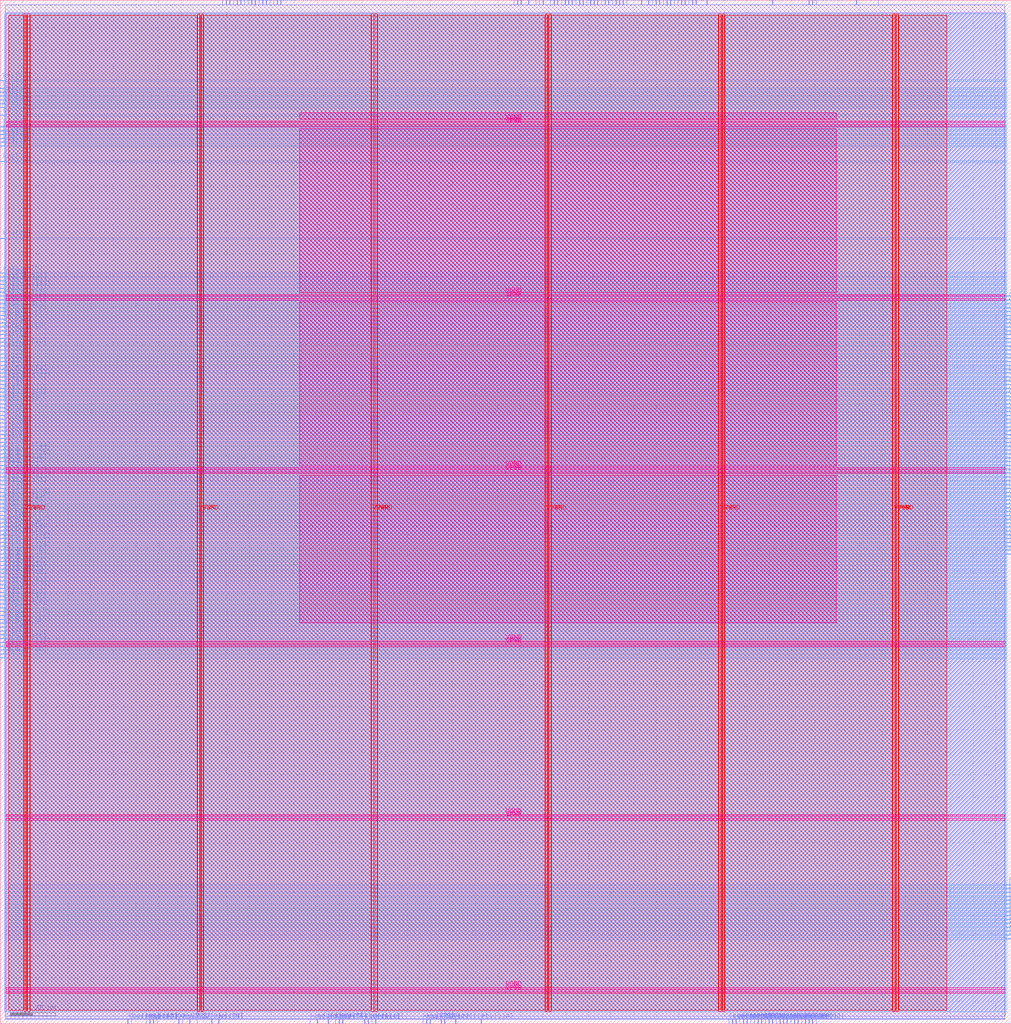
<source format=lef>
VERSION 5.7 ;
  NOWIREEXTENSIONATPIN ON ;
  DIVIDERCHAR "/" ;
  BUSBITCHARS "[]" ;
MACRO OFB
  CLASS BLOCK ;
  FOREIGN OFB ;
  ORIGIN 0.000 0.000 ;
  SIZE 893.785 BY 904.505 ;
  PIN VGND
    DIRECTION INOUT ;
    USE GROUND ;
    PORT
      LAYER met4 ;
        RECT 24.340 10.640 25.940 892.400 ;
    END
    PORT
      LAYER met4 ;
        RECT 177.940 10.640 179.540 892.400 ;
    END
    PORT
      LAYER met4 ;
        RECT 331.540 10.640 333.140 892.400 ;
    END
    PORT
      LAYER met4 ;
        RECT 485.140 10.640 486.740 892.400 ;
    END
    PORT
      LAYER met4 ;
        RECT 638.740 10.640 640.340 892.400 ;
    END
    PORT
      LAYER met4 ;
        RECT 792.340 10.640 793.940 892.400 ;
    END
    PORT
      LAYER met5 ;
        RECT 5.280 30.030 888.500 31.630 ;
    END
    PORT
      LAYER met5 ;
        RECT 5.280 183.210 888.500 184.810 ;
    END
    PORT
      LAYER met5 ;
        RECT 5.280 336.390 888.500 337.990 ;
    END
    PORT
      LAYER met5 ;
        RECT 5.280 489.570 888.500 491.170 ;
    END
    PORT
      LAYER met5 ;
        RECT 5.280 642.750 888.500 644.350 ;
    END
    PORT
      LAYER met5 ;
        RECT 5.280 795.930 888.500 797.530 ;
    END
  END VGND
  PIN VPWR
    DIRECTION INOUT ;
    USE POWER ;
    PORT
      LAYER met4 ;
        RECT 21.040 10.640 22.640 892.400 ;
    END
    PORT
      LAYER met4 ;
        RECT 174.640 10.640 176.240 892.400 ;
    END
    PORT
      LAYER met4 ;
        RECT 328.240 10.640 329.840 892.400 ;
    END
    PORT
      LAYER met4 ;
        RECT 481.840 10.640 483.440 892.400 ;
    END
    PORT
      LAYER met4 ;
        RECT 635.440 10.640 637.040 892.400 ;
    END
    PORT
      LAYER met4 ;
        RECT 789.040 10.640 790.640 892.400 ;
    END
    PORT
      LAYER met5 ;
        RECT 5.280 26.730 888.500 28.330 ;
    END
    PORT
      LAYER met5 ;
        RECT 5.280 179.910 888.500 181.510 ;
    END
    PORT
      LAYER met5 ;
        RECT 5.280 333.090 888.500 334.690 ;
    END
    PORT
      LAYER met5 ;
        RECT 5.280 486.270 888.500 487.870 ;
    END
    PORT
      LAYER met5 ;
        RECT 5.280 639.450 888.500 641.050 ;
    END
    PORT
      LAYER met5 ;
        RECT 5.280 792.630 888.500 794.230 ;
    END
  END VPWR
  PIN clk
    DIRECTION INPUT ;
    USE SIGNAL ;
    ANTENNAGATEAREA 0.852000 ;
    ANTENNADIFFAREA 0.869400 ;
    PORT
      LAYER met3 ;
        RECT 0.000 323.040 4.000 323.640 ;
    END
  END clk
  PIN data_in[0]
    DIRECTION INPUT ;
    USE SIGNAL ;
    ANTENNAGATEAREA 0.196500 ;
    PORT
      LAYER met3 ;
        RECT 0.000 663.040 4.000 663.640 ;
    END
  END data_in[0]
  PIN data_in[10]
    DIRECTION INPUT ;
    USE SIGNAL ;
    ANTENNAGATEAREA 0.196500 ;
    PORT
      LAYER met3 ;
        RECT 0.000 598.440 4.000 599.040 ;
    END
  END data_in[10]
  PIN data_in[11]
    DIRECTION INPUT ;
    USE SIGNAL ;
    ANTENNAGATEAREA 0.196500 ;
    PORT
      LAYER met3 ;
        RECT 0.000 557.640 4.000 558.240 ;
    END
  END data_in[11]
  PIN data_in[12]
    DIRECTION INPUT ;
    USE SIGNAL ;
    ANTENNAGATEAREA 0.196500 ;
    PORT
      LAYER met3 ;
        RECT 0.000 340.040 4.000 340.640 ;
    END
  END data_in[12]
  PIN data_in[13]
    DIRECTION INPUT ;
    USE SIGNAL ;
    ANTENNAGATEAREA 0.196500 ;
    PORT
      LAYER met3 ;
        RECT 0.000 431.840 4.000 432.440 ;
    END
  END data_in[13]
  PIN data_in[14]
    DIRECTION INPUT ;
    USE SIGNAL ;
    ANTENNAGATEAREA 0.196500 ;
    PORT
      LAYER met3 ;
        RECT 0.000 493.040 4.000 493.640 ;
    END
  END data_in[14]
  PIN data_in[15]
    DIRECTION INPUT ;
    USE SIGNAL ;
    ANTENNAGATEAREA 0.196500 ;
    PORT
      LAYER met2 ;
        RECT 457.330 900.505 457.610 904.505 ;
    END
  END data_in[15]
  PIN data_in[16]
    DIRECTION INPUT ;
    USE SIGNAL ;
    ANTENNAGATEAREA 0.196500 ;
    PORT
      LAYER met2 ;
        RECT 495.970 900.505 496.250 904.505 ;
    END
  END data_in[16]
  PIN data_in[17]
    DIRECTION INPUT ;
    USE SIGNAL ;
    ANTENNAGATEAREA 0.196500 ;
    PORT
      LAYER met2 ;
        RECT 508.850 900.505 509.130 904.505 ;
    END
  END data_in[17]
  PIN data_in[18]
    DIRECTION INPUT ;
    USE SIGNAL ;
    ANTENNAGATEAREA 0.196500 ;
    PORT
      LAYER met2 ;
        RECT 592.570 900.505 592.850 904.505 ;
    END
  END data_in[18]
  PIN data_in[19]
    DIRECTION INPUT ;
    USE SIGNAL ;
    ANTENNAGATEAREA 0.196500 ;
    PORT
      LAYER met2 ;
        RECT 605.450 900.505 605.730 904.505 ;
    END
  END data_in[19]
  PIN data_in[1]
    DIRECTION INPUT ;
    USE SIGNAL ;
    ANTENNAGATEAREA 0.196500 ;
    PORT
      LAYER met3 ;
        RECT 0.000 635.840 4.000 636.440 ;
    END
  END data_in[1]
  PIN data_in[20]
    DIRECTION INPUT ;
    USE SIGNAL ;
    ANTENNAGATEAREA 0.196500 ;
    PORT
      LAYER met3 ;
        RECT 889.785 414.840 893.785 415.440 ;
    END
  END data_in[20]
  PIN data_in[21]
    DIRECTION INPUT ;
    USE SIGNAL ;
    ANTENNAGATEAREA 0.196500 ;
    PORT
      LAYER met3 ;
        RECT 889.785 425.040 893.785 425.640 ;
    END
  END data_in[21]
  PIN data_in[22]
    DIRECTION INPUT ;
    USE SIGNAL ;
    ANTENNAGATEAREA 0.196500 ;
    PORT
      LAYER met3 ;
        RECT 889.785 435.240 893.785 435.840 ;
    END
  END data_in[22]
  PIN data_in[23]
    DIRECTION INPUT ;
    USE SIGNAL ;
    ANTENNAGATEAREA 0.196500 ;
    PORT
      LAYER met3 ;
        RECT 889.785 499.840 893.785 500.440 ;
    END
  END data_in[23]
  PIN data_in[24]
    DIRECTION INPUT ;
    USE SIGNAL ;
    ANTENNAGATEAREA 0.196500 ;
    PORT
      LAYER met3 ;
        RECT 889.785 635.840 893.785 636.440 ;
    END
  END data_in[24]
  PIN data_in[25]
    DIRECTION INPUT ;
    USE SIGNAL ;
    ANTENNAGATEAREA 0.196500 ;
    PORT
      LAYER met3 ;
        RECT 889.785 615.440 893.785 616.040 ;
    END
  END data_in[25]
  PIN data_in[26]
    DIRECTION INPUT ;
    USE SIGNAL ;
    ANTENNAGATEAREA 0.196500 ;
    PORT
      LAYER met3 ;
        RECT 889.785 574.640 893.785 575.240 ;
    END
  END data_in[26]
  PIN data_in[27]
    DIRECTION INPUT ;
    USE SIGNAL ;
    ANTENNAGATEAREA 0.196500 ;
    PORT
      LAYER met3 ;
        RECT 889.785 591.640 893.785 592.240 ;
    END
  END data_in[27]
  PIN data_in[28]
    DIRECTION INPUT ;
    USE SIGNAL ;
    ANTENNAGATEAREA 0.196500 ;
    PORT
      LAYER met3 ;
        RECT 889.785 547.440 893.785 548.040 ;
    END
  END data_in[28]
  PIN data_in[29]
    DIRECTION INPUT ;
    USE SIGNAL ;
    ANTENNAGATEAREA 0.196500 ;
    PORT
      LAYER met3 ;
        RECT 889.785 605.240 893.785 605.840 ;
    END
  END data_in[29]
  PIN data_in[2]
    DIRECTION INPUT ;
    USE SIGNAL ;
    ANTENNAGATEAREA 0.196500 ;
    PORT
      LAYER met3 ;
        RECT 0.000 350.240 4.000 350.840 ;
    END
  END data_in[2]
  PIN data_in[30]
    DIRECTION INPUT ;
    USE SIGNAL ;
    ANTENNAGATEAREA 0.196500 ;
    PORT
      LAYER met3 ;
        RECT 889.785 639.240 893.785 639.840 ;
    END
  END data_in[30]
  PIN data_in[31]
    DIRECTION INPUT ;
    USE SIGNAL ;
    ANTENNAGATEAREA 0.196500 ;
    PORT
      LAYER met3 ;
        RECT 889.785 578.040 893.785 578.640 ;
    END
  END data_in[31]
  PIN data_in[32]
    DIRECTION INPUT ;
    USE SIGNAL ;
    ANTENNAGATEAREA 0.196500 ;
    PORT
      LAYER met3 ;
        RECT 0.000 370.640 4.000 371.240 ;
    END
  END data_in[32]
  PIN data_in[33]
    DIRECTION INPUT ;
    USE SIGNAL ;
    ANTENNAGATEAREA 0.196500 ;
    PORT
      LAYER met3 ;
        RECT 0.000 336.640 4.000 337.240 ;
    END
  END data_in[33]
  PIN data_in[34]
    DIRECTION INPUT ;
    USE SIGNAL ;
    ANTENNAGATEAREA 0.196500 ;
    PORT
      LAYER met3 ;
        RECT 0.000 404.640 4.000 405.240 ;
    END
  END data_in[34]
  PIN data_in[35]
    DIRECTION INPUT ;
    USE SIGNAL ;
    ANTENNAGATEAREA 0.196500 ;
    PORT
      LAYER met3 ;
        RECT 0.000 394.440 4.000 395.040 ;
    END
  END data_in[35]
  PIN data_in[36]
    DIRECTION INPUT ;
    USE SIGNAL ;
    ANTENNAGATEAREA 0.196500 ;
    PORT
      LAYER met3 ;
        RECT 0.000 326.440 4.000 327.040 ;
    END
  END data_in[36]
  PIN data_in[37]
    DIRECTION INPUT ;
    USE SIGNAL ;
    ANTENNAGATEAREA 0.196500 ;
    PORT
      LAYER met3 ;
        RECT 0.000 391.040 4.000 391.640 ;
    END
  END data_in[37]
  PIN data_in[38]
    DIRECTION INPUT ;
    USE SIGNAL ;
    ANTENNAGATEAREA 0.196500 ;
    PORT
      LAYER met3 ;
        RECT 0.000 397.840 4.000 398.440 ;
    END
  END data_in[38]
  PIN data_in[39]
    DIRECTION INPUT ;
    USE SIGNAL ;
    ANTENNAGATEAREA 0.196500 ;
    PORT
      LAYER met3 ;
        RECT 0.000 374.040 4.000 374.640 ;
    END
  END data_in[39]
  PIN data_in[3]
    DIRECTION INPUT ;
    USE SIGNAL ;
    ANTENNAGATEAREA 0.196500 ;
    PORT
      LAYER met3 ;
        RECT 0.000 625.640 4.000 626.240 ;
    END
  END data_in[3]
  PIN data_in[40]
    DIRECTION INPUT ;
    USE SIGNAL ;
    ANTENNAGATEAREA 0.196500 ;
    PORT
      LAYER met3 ;
        RECT 0.000 411.440 4.000 412.040 ;
    END
  END data_in[40]
  PIN data_in[41]
    DIRECTION INPUT ;
    USE SIGNAL ;
    ANTENNAGATEAREA 0.196500 ;
    PORT
      LAYER met3 ;
        RECT 0.000 387.640 4.000 388.240 ;
    END
  END data_in[41]
  PIN data_in[42]
    DIRECTION INPUT ;
    USE SIGNAL ;
    ANTENNAGATEAREA 0.196500 ;
    PORT
      LAYER met3 ;
        RECT 0.000 448.840 4.000 449.440 ;
    END
  END data_in[42]
  PIN data_in[43]
    DIRECTION INPUT ;
    USE SIGNAL ;
    ANTENNAGATEAREA 0.196500 ;
    PORT
      LAYER met3 ;
        RECT 0.000 503.240 4.000 503.840 ;
    END
  END data_in[43]
  PIN data_in[44]
    DIRECTION INPUT ;
    USE SIGNAL ;
    ANTENNAGATEAREA 0.196500 ;
    PORT
      LAYER met3 ;
        RECT 0.000 554.240 4.000 554.840 ;
    END
  END data_in[44]
  PIN data_in[45]
    DIRECTION INPUT ;
    USE SIGNAL ;
    ANTENNAGATEAREA 0.196500 ;
    PORT
      LAYER met3 ;
        RECT 0.000 414.840 4.000 415.440 ;
    END
  END data_in[45]
  PIN data_in[46]
    DIRECTION INPUT ;
    USE SIGNAL ;
    ANTENNAGATEAREA 0.196500 ;
    PORT
      LAYER met3 ;
        RECT 0.000 459.040 4.000 459.640 ;
    END
  END data_in[46]
  PIN data_in[47]
    DIRECTION INPUT ;
    USE SIGNAL ;
    ANTENNAGATEAREA 0.196500 ;
    PORT
      LAYER met3 ;
        RECT 0.000 455.640 4.000 456.240 ;
    END
  END data_in[47]
  PIN data_in[48]
    DIRECTION INPUT ;
    USE SIGNAL ;
    ANTENNAGATEAREA 0.196500 ;
    PORT
      LAYER met3 ;
        RECT 0.000 496.440 4.000 497.040 ;
    END
  END data_in[48]
  PIN data_in[49]
    DIRECTION INPUT ;
    USE SIGNAL ;
    ANTENNAGATEAREA 0.196500 ;
    PORT
      LAYER met2 ;
        RECT 537.830 900.505 538.110 904.505 ;
    END
  END data_in[49]
  PIN data_in[4]
    DIRECTION INPUT ;
    USE SIGNAL ;
    ANTENNAGATEAREA 0.196500 ;
    PORT
      LAYER met3 ;
        RECT 0.000 479.440 4.000 480.040 ;
    END
  END data_in[4]
  PIN data_in[50]
    DIRECTION INPUT ;
    USE SIGNAL ;
    ANTENNAGATEAREA 0.196500 ;
    PORT
      LAYER met3 ;
        RECT 0.000 421.640 4.000 422.240 ;
    END
  END data_in[50]
  PIN data_in[51]
    DIRECTION INPUT ;
    USE SIGNAL ;
    ANTENNAGATEAREA 0.196500 ;
    PORT
      LAYER met2 ;
        RECT 544.270 900.505 544.550 904.505 ;
    END
  END data_in[51]
  PIN data_in[52]
    DIRECTION INPUT ;
    USE SIGNAL ;
    ANTENNAGATEAREA 0.196500 ;
    PORT
      LAYER met3 ;
        RECT 889.785 442.040 893.785 442.640 ;
    END
  END data_in[52]
  PIN data_in[53]
    DIRECTION INPUT ;
    USE SIGNAL ;
    ANTENNAGATEAREA 0.196500 ;
    PORT
      LAYER met3 ;
        RECT 889.785 445.440 893.785 446.040 ;
    END
  END data_in[53]
  PIN data_in[54]
    DIRECTION INPUT ;
    USE SIGNAL ;
    ANTENNAGATEAREA 0.196500 ;
    PORT
      LAYER met3 ;
        RECT 889.785 510.040 893.785 510.640 ;
    END
  END data_in[54]
  PIN data_in[55]
    DIRECTION INPUT ;
    USE SIGNAL ;
    ANTENNAGATEAREA 0.196500 ;
    PORT
      LAYER met3 ;
        RECT 889.785 520.240 893.785 520.840 ;
    END
  END data_in[55]
  PIN data_in[56]
    DIRECTION INPUT ;
    USE SIGNAL ;
    ANTENNAGATEAREA 0.196500 ;
    PORT
      LAYER met3 ;
        RECT 889.785 527.040 893.785 527.640 ;
    END
  END data_in[56]
  PIN data_in[57]
    DIRECTION INPUT ;
    USE SIGNAL ;
    ANTENNAGATEAREA 0.196500 ;
    PORT
      LAYER met3 ;
        RECT 889.785 482.840 893.785 483.440 ;
    END
  END data_in[57]
  PIN data_in[58]
    DIRECTION INPUT ;
    USE SIGNAL ;
    ANTENNAGATEAREA 0.196500 ;
    PORT
      LAYER met3 ;
        RECT 889.785 493.040 893.785 493.640 ;
    END
  END data_in[58]
  PIN data_in[59]
    DIRECTION INPUT ;
    USE SIGNAL ;
    ANTENNAGATEAREA 0.196500 ;
    PORT
      LAYER met3 ;
        RECT 889.785 476.040 893.785 476.640 ;
    END
  END data_in[59]
  PIN data_in[5]
    DIRECTION INPUT ;
    USE SIGNAL ;
    ANTENNAGATEAREA 0.196500 ;
    PORT
      LAYER met3 ;
        RECT 0.000 652.840 4.000 653.440 ;
    END
  END data_in[5]
  PIN data_in[60]
    DIRECTION INPUT ;
    USE SIGNAL ;
    ANTENNAGATEAREA 0.196500 ;
    PORT
      LAYER met3 ;
        RECT 889.785 564.440 893.785 565.040 ;
    END
  END data_in[60]
  PIN data_in[61]
    DIRECTION INPUT ;
    USE SIGNAL ;
    ANTENNAGATEAREA 0.196500 ;
    PORT
      LAYER met3 ;
        RECT 889.785 452.240 893.785 452.840 ;
    END
  END data_in[61]
  PIN data_in[62]
    DIRECTION INPUT ;
    USE SIGNAL ;
    ANTENNAGATEAREA 0.196500 ;
    PORT
      LAYER met3 ;
        RECT 889.785 455.640 893.785 456.240 ;
    END
  END data_in[62]
  PIN data_in[63]
    DIRECTION INPUT ;
    USE SIGNAL ;
    ANTENNAGATEAREA 0.196500 ;
    PORT
      LAYER met3 ;
        RECT 889.785 469.240 893.785 469.840 ;
    END
  END data_in[63]
  PIN data_in[6]
    DIRECTION INPUT ;
    USE SIGNAL ;
    ANTENNAGATEAREA 0.196500 ;
    PORT
      LAYER met3 ;
        RECT 0.000 438.640 4.000 439.240 ;
    END
  END data_in[6]
  PIN data_in[7]
    DIRECTION INPUT ;
    USE SIGNAL ;
    ANTENNAGATEAREA 0.196500 ;
    PORT
      LAYER met3 ;
        RECT 0.000 646.040 4.000 646.640 ;
    END
  END data_in[7]
  PIN data_in[8]
    DIRECTION INPUT ;
    USE SIGNAL ;
    ANTENNAGATEAREA 0.196500 ;
    PORT
      LAYER met3 ;
        RECT 0.000 622.240 4.000 622.840 ;
    END
  END data_in[8]
  PIN data_in[9]
    DIRECTION INPUT ;
    USE SIGNAL ;
    ANTENNAGATEAREA 0.196500 ;
    PORT
      LAYER met3 ;
        RECT 0.000 547.440 4.000 548.040 ;
    END
  END data_in[9]
  PIN data_out[0]
    DIRECTION OUTPUT ;
    USE SIGNAL ;
    ANTENNADIFFAREA 0.445500 ;
    PORT
      LAYER met3 ;
        RECT 0.000 567.840 4.000 568.440 ;
    END
  END data_out[0]
  PIN data_out[10]
    DIRECTION OUTPUT ;
    USE SIGNAL ;
    ANTENNADIFFAREA 0.445500 ;
    PORT
      LAYER met3 ;
        RECT 0.000 499.840 4.000 500.440 ;
    END
  END data_out[10]
  PIN data_out[11]
    DIRECTION OUTPUT ;
    USE SIGNAL ;
    ANTENNADIFFAREA 0.445500 ;
    PORT
      LAYER met3 ;
        RECT 0.000 571.240 4.000 571.840 ;
    END
  END data_out[11]
  PIN data_out[12]
    DIRECTION OUTPUT ;
    USE SIGNAL ;
    ANTENNADIFFAREA 0.445500 ;
    PORT
      LAYER met3 ;
        RECT 0.000 333.240 4.000 333.840 ;
    END
  END data_out[12]
  PIN data_out[13]
    DIRECTION OUTPUT ;
    USE SIGNAL ;
    ANTENNADIFFAREA 0.445500 ;
    PORT
      LAYER met3 ;
        RECT 0.000 482.840 4.000 483.440 ;
    END
  END data_out[13]
  PIN data_out[14]
    DIRECTION OUTPUT ;
    USE SIGNAL ;
    ANTENNADIFFAREA 0.445500 ;
    PORT
      LAYER met3 ;
        RECT 0.000 486.240 4.000 486.840 ;
    END
  END data_out[14]
  PIN data_out[15]
    DIRECTION OUTPUT ;
    USE SIGNAL ;
    ANTENNADIFFAREA 0.795200 ;
    PORT
      LAYER met2 ;
        RECT 466.990 900.505 467.270 904.505 ;
    END
  END data_out[15]
  PIN data_out[16]
    DIRECTION OUTPUT ;
    USE SIGNAL ;
    ANTENNADIFFAREA 0.795200 ;
    PORT
      LAYER met2 ;
        RECT 499.190 900.505 499.470 904.505 ;
    END
  END data_out[16]
  PIN data_out[17]
    DIRECTION OUTPUT ;
    USE SIGNAL ;
    ANTENNADIFFAREA 0.795200 ;
    PORT
      LAYER met2 ;
        RECT 515.290 900.505 515.570 904.505 ;
    END
  END data_out[17]
  PIN data_out[18]
    DIRECTION OUTPUT ;
    USE SIGNAL ;
    ANTENNADIFFAREA 0.795200 ;
    PORT
      LAYER met2 ;
        RECT 599.010 900.505 599.290 904.505 ;
    END
  END data_out[18]
  PIN data_out[19]
    DIRECTION OUTPUT ;
    USE SIGNAL ;
    ANTENNADIFFAREA 0.795200 ;
    PORT
      LAYER met2 ;
        RECT 608.670 900.505 608.950 904.505 ;
    END
  END data_out[19]
  PIN data_out[1]
    DIRECTION OUTPUT ;
    USE SIGNAL ;
    ANTENNADIFFAREA 0.445500 ;
    PORT
      LAYER met3 ;
        RECT 0.000 632.440 4.000 633.040 ;
    END
  END data_out[1]
  PIN data_out[20]
    DIRECTION OUTPUT ;
    USE SIGNAL ;
    ANTENNADIFFAREA 0.445500 ;
    PORT
      LAYER met3 ;
        RECT 889.785 537.240 893.785 537.840 ;
    END
  END data_out[20]
  PIN data_out[21]
    DIRECTION OUTPUT ;
    USE SIGNAL ;
    ANTENNADIFFAREA 0.445500 ;
    PORT
      LAYER met3 ;
        RECT 889.785 431.840 893.785 432.440 ;
    END
  END data_out[21]
  PIN data_out[22]
    DIRECTION OUTPUT ;
    USE SIGNAL ;
    ANTENNADIFFAREA 0.445500 ;
    PORT
      LAYER met3 ;
        RECT 889.785 489.640 893.785 490.240 ;
    END
  END data_out[22]
  PIN data_out[23]
    DIRECTION OUTPUT ;
    USE SIGNAL ;
    ANTENNADIFFAREA 0.445500 ;
    PORT
      LAYER met3 ;
        RECT 889.785 506.640 893.785 507.240 ;
    END
  END data_out[23]
  PIN data_out[24]
    DIRECTION OUTPUT ;
    USE SIGNAL ;
    ANTENNADIFFAREA 0.445500 ;
    PORT
      LAYER met3 ;
        RECT 889.785 554.240 893.785 554.840 ;
    END
  END data_out[24]
  PIN data_out[25]
    DIRECTION OUTPUT ;
    USE SIGNAL ;
    ANTENNADIFFAREA 0.445500 ;
    PORT
      LAYER met3 ;
        RECT 889.785 618.840 893.785 619.440 ;
    END
  END data_out[25]
  PIN data_out[26]
    DIRECTION OUTPUT ;
    USE SIGNAL ;
    ANTENNADIFFAREA 0.445500 ;
    PORT
      LAYER met3 ;
        RECT 889.785 571.240 893.785 571.840 ;
    END
  END data_out[26]
  PIN data_out[27]
    DIRECTION OUTPUT ;
    USE SIGNAL ;
    ANTENNADIFFAREA 0.445500 ;
    PORT
      LAYER met3 ;
        RECT 889.785 544.040 893.785 544.640 ;
    END
  END data_out[27]
  PIN data_out[28]
    DIRECTION OUTPUT ;
    USE SIGNAL ;
    ANTENNADIFFAREA 0.445500 ;
    PORT
      LAYER met3 ;
        RECT 889.785 540.640 893.785 541.240 ;
    END
  END data_out[28]
  PIN data_out[29]
    DIRECTION OUTPUT ;
    USE SIGNAL ;
    ANTENNADIFFAREA 0.445500 ;
    PORT
      LAYER met3 ;
        RECT 889.785 584.840 893.785 585.440 ;
    END
  END data_out[29]
  PIN data_out[2]
    DIRECTION OUTPUT ;
    USE SIGNAL ;
    ANTENNADIFFAREA 0.445500 ;
    PORT
      LAYER met3 ;
        RECT 0.000 476.040 4.000 476.640 ;
    END
  END data_out[2]
  PIN data_out[30]
    DIRECTION OUTPUT ;
    USE SIGNAL ;
    ANTENNADIFFAREA 0.445500 ;
    PORT
      LAYER met3 ;
        RECT 889.785 557.640 893.785 558.240 ;
    END
  END data_out[30]
  PIN data_out[31]
    DIRECTION OUTPUT ;
    USE SIGNAL ;
    ANTENNADIFFAREA 0.445500 ;
    PORT
      LAYER met3 ;
        RECT 889.785 629.040 893.785 629.640 ;
    END
  END data_out[31]
  PIN data_out[32]
    DIRECTION OUTPUT ;
    USE SIGNAL ;
    ANTENNADIFFAREA 0.445500 ;
    PORT
      LAYER met3 ;
        RECT 0.000 428.440 4.000 429.040 ;
    END
  END data_out[32]
  PIN data_out[33]
    DIRECTION OUTPUT ;
    USE SIGNAL ;
    ANTENNADIFFAREA 0.445500 ;
    PORT
      LAYER met3 ;
        RECT 0.000 435.240 4.000 435.840 ;
    END
  END data_out[33]
  PIN data_out[34]
    DIRECTION OUTPUT ;
    USE SIGNAL ;
    ANTENNADIFFAREA 0.445500 ;
    PORT
      LAYER met3 ;
        RECT 0.000 357.040 4.000 357.640 ;
    END
  END data_out[34]
  PIN data_out[35]
    DIRECTION OUTPUT ;
    USE SIGNAL ;
    ANTENNADIFFAREA 0.445500 ;
    PORT
      LAYER met3 ;
        RECT 0.000 425.040 4.000 425.640 ;
    END
  END data_out[35]
  PIN data_out[36]
    DIRECTION OUTPUT ;
    USE SIGNAL ;
    ANTENNADIFFAREA 0.445500 ;
    PORT
      LAYER met3 ;
        RECT 0.000 442.040 4.000 442.640 ;
    END
  END data_out[36]
  PIN data_out[37]
    DIRECTION OUTPUT ;
    USE SIGNAL ;
    ANTENNADIFFAREA 0.445500 ;
    PORT
      LAYER met3 ;
        RECT 0.000 353.640 4.000 354.240 ;
    END
  END data_out[37]
  PIN data_out[38]
    DIRECTION OUTPUT ;
    USE SIGNAL ;
    ANTENNADIFFAREA 0.445500 ;
    PORT
      LAYER met3 ;
        RECT 0.000 418.240 4.000 418.840 ;
    END
  END data_out[38]
  PIN data_out[39]
    DIRECTION OUTPUT ;
    USE SIGNAL ;
    ANTENNADIFFAREA 0.445500 ;
    PORT
      LAYER met3 ;
        RECT 0.000 384.240 4.000 384.840 ;
    END
  END data_out[39]
  PIN data_out[3]
    DIRECTION OUTPUT ;
    USE SIGNAL ;
    ANTENNADIFFAREA 0.445500 ;
    PORT
      LAYER met3 ;
        RECT 0.000 629.040 4.000 629.640 ;
    END
  END data_out[3]
  PIN data_out[40]
    DIRECTION OUTPUT ;
    USE SIGNAL ;
    ANTENNADIFFAREA 0.445500 ;
    PORT
      LAYER met3 ;
        RECT 0.000 401.240 4.000 401.840 ;
    END
  END data_out[40]
  PIN data_out[41]
    DIRECTION OUTPUT ;
    USE SIGNAL ;
    ANTENNADIFFAREA 0.445500 ;
    PORT
      LAYER met3 ;
        RECT 0.000 408.040 4.000 408.640 ;
    END
  END data_out[41]
  PIN data_out[42]
    DIRECTION OUTPUT ;
    USE SIGNAL ;
    ANTENNADIFFAREA 0.445500 ;
    PORT
      LAYER met3 ;
        RECT 0.000 367.240 4.000 367.840 ;
    END
  END data_out[42]
  PIN data_out[43]
    DIRECTION OUTPUT ;
    USE SIGNAL ;
    ANTENNADIFFAREA 0.445500 ;
    PORT
      LAYER met3 ;
        RECT 0.000 574.640 4.000 575.240 ;
    END
  END data_out[43]
  PIN data_out[44]
    DIRECTION OUTPUT ;
    USE SIGNAL ;
    ANTENNADIFFAREA 0.445500 ;
    PORT
      LAYER met3 ;
        RECT 0.000 506.640 4.000 507.240 ;
    END
  END data_out[44]
  PIN data_out[45]
    DIRECTION OUTPUT ;
    USE SIGNAL ;
    ANTENNADIFFAREA 0.445500 ;
    PORT
      LAYER met3 ;
        RECT 0.000 360.440 4.000 361.040 ;
    END
  END data_out[45]
  PIN data_out[46]
    DIRECTION OUTPUT ;
    USE SIGNAL ;
    ANTENNADIFFAREA 0.445500 ;
    PORT
      LAYER met3 ;
        RECT 0.000 465.840 4.000 466.440 ;
    END
  END data_out[46]
  PIN data_out[47]
    DIRECTION OUTPUT ;
    USE SIGNAL ;
    ANTENNADIFFAREA 0.445500 ;
    PORT
      LAYER met3 ;
        RECT 0.000 452.240 4.000 452.840 ;
    END
  END data_out[47]
  PIN data_out[48]
    DIRECTION OUTPUT ;
    USE SIGNAL ;
    ANTENNADIFFAREA 0.445500 ;
    PORT
      LAYER met3 ;
        RECT 0.000 649.440 4.000 650.040 ;
    END
  END data_out[48]
  PIN data_out[49]
    DIRECTION OUTPUT ;
    USE SIGNAL ;
    ANTENNADIFFAREA 0.795200 ;
    PORT
      LAYER met2 ;
        RECT 541.050 900.505 541.330 904.505 ;
    END
  END data_out[49]
  PIN data_out[4]
    DIRECTION OUTPUT ;
    USE SIGNAL ;
    ANTENNADIFFAREA 0.445500 ;
    PORT
      LAYER met3 ;
        RECT 0.000 377.440 4.000 378.040 ;
    END
  END data_out[4]
  PIN data_out[50]
    DIRECTION OUTPUT ;
    USE SIGNAL ;
    ANTENNADIFFAREA 0.445500 ;
    PORT
      LAYER met3 ;
        RECT 0.000 462.440 4.000 463.040 ;
    END
  END data_out[50]
  PIN data_out[51]
    DIRECTION OUTPUT ;
    USE SIGNAL ;
    ANTENNADIFFAREA 0.795200 ;
    PORT
      LAYER met2 ;
        RECT 547.490 900.505 547.770 904.505 ;
    END
  END data_out[51]
  PIN data_out[52]
    DIRECTION OUTPUT ;
    USE SIGNAL ;
    ANTENNADIFFAREA 0.445500 ;
    PORT
      LAYER met3 ;
        RECT 889.785 486.240 893.785 486.840 ;
    END
  END data_out[52]
  PIN data_out[53]
    DIRECTION OUTPUT ;
    USE SIGNAL ;
    ANTENNADIFFAREA 0.445500 ;
    PORT
      LAYER met3 ;
        RECT 889.785 479.440 893.785 480.040 ;
    END
  END data_out[53]
  PIN data_out[54]
    DIRECTION OUTPUT ;
    USE SIGNAL ;
    ANTENNADIFFAREA 0.445500 ;
    PORT
      LAYER met3 ;
        RECT 889.785 503.240 893.785 503.840 ;
    END
  END data_out[54]
  PIN data_out[55]
    DIRECTION OUTPUT ;
    USE SIGNAL ;
    ANTENNADIFFAREA 0.445500 ;
    PORT
      LAYER met3 ;
        RECT 889.785 428.440 893.785 429.040 ;
    END
  END data_out[55]
  PIN data_out[56]
    DIRECTION OUTPUT ;
    USE SIGNAL ;
    ANTENNADIFFAREA 0.445500 ;
    PORT
      LAYER met3 ;
        RECT 889.785 421.640 893.785 422.240 ;
    END
  END data_out[56]
  PIN data_out[57]
    DIRECTION OUTPUT ;
    USE SIGNAL ;
    ANTENNADIFFAREA 0.445500 ;
    PORT
      LAYER met3 ;
        RECT 889.785 448.840 893.785 449.440 ;
    END
  END data_out[57]
  PIN data_out[58]
    DIRECTION OUTPUT ;
    USE SIGNAL ;
    ANTENNADIFFAREA 0.445500 ;
    PORT
      LAYER met3 ;
        RECT 889.785 496.440 893.785 497.040 ;
    END
  END data_out[58]
  PIN data_out[59]
    DIRECTION OUTPUT ;
    USE SIGNAL ;
    ANTENNADIFFAREA 0.445500 ;
    PORT
      LAYER met3 ;
        RECT 889.785 472.640 893.785 473.240 ;
    END
  END data_out[59]
  PIN data_out[5]
    DIRECTION OUTPUT ;
    USE SIGNAL ;
    ANTENNADIFFAREA 0.445500 ;
    PORT
      LAYER met3 ;
        RECT 0.000 639.240 4.000 639.840 ;
    END
  END data_out[5]
  PIN data_out[60]
    DIRECTION OUTPUT ;
    USE SIGNAL ;
    ANTENNADIFFAREA 0.445500 ;
    PORT
      LAYER met3 ;
        RECT 889.785 612.040 893.785 612.640 ;
    END
  END data_out[60]
  PIN data_out[61]
    DIRECTION OUTPUT ;
    USE SIGNAL ;
    ANTENNADIFFAREA 0.445500 ;
    PORT
      LAYER met3 ;
        RECT 889.785 459.040 893.785 459.640 ;
    END
  END data_out[61]
  PIN data_out[62]
    DIRECTION OUTPUT ;
    USE SIGNAL ;
    ANTENNADIFFAREA 0.445500 ;
    PORT
      LAYER met3 ;
        RECT 889.785 462.440 893.785 463.040 ;
    END
  END data_out[62]
  PIN data_out[63]
    DIRECTION OUTPUT ;
    USE SIGNAL ;
    ANTENNADIFFAREA 0.445500 ;
    PORT
      LAYER met3 ;
        RECT 889.785 465.840 893.785 466.440 ;
    END
  END data_out[63]
  PIN data_out[6]
    DIRECTION OUTPUT ;
    USE SIGNAL ;
    ANTENNADIFFAREA 0.445500 ;
    PORT
      LAYER met3 ;
        RECT 0.000 656.240 4.000 656.840 ;
    END
  END data_out[6]
  PIN data_out[7]
    DIRECTION OUTPUT ;
    USE SIGNAL ;
    ANTENNADIFFAREA 0.445500 ;
    PORT
      LAYER met3 ;
        RECT 0.000 642.640 4.000 643.240 ;
    END
  END data_out[7]
  PIN data_out[8]
    DIRECTION OUTPUT ;
    USE SIGNAL ;
    ANTENNADIFFAREA 0.445500 ;
    PORT
      LAYER met3 ;
        RECT 0.000 612.040 4.000 612.640 ;
    END
  END data_out[8]
  PIN data_out[9]
    DIRECTION OUTPUT ;
    USE SIGNAL ;
    ANTENNADIFFAREA 0.445500 ;
    PORT
      LAYER met3 ;
        RECT 0.000 550.840 4.000 551.440 ;
    END
  END data_out[9]
  PIN iv[0]
    DIRECTION INPUT ;
    USE SIGNAL ;
    ANTENNAGATEAREA 0.196500 ;
    PORT
      LAYER met3 ;
        RECT 0.000 537.240 4.000 537.840 ;
    END
  END iv[0]
  PIN iv[10]
    DIRECTION INPUT ;
    USE SIGNAL ;
    ANTENNAGATEAREA 0.196500 ;
    PORT
      LAYER met3 ;
        RECT 0.000 540.640 4.000 541.240 ;
    END
  END iv[10]
  PIN iv[11]
    DIRECTION INPUT ;
    USE SIGNAL ;
    ANTENNAGATEAREA 0.196500 ;
    PORT
      LAYER met3 ;
        RECT 0.000 533.840 4.000 534.440 ;
    END
  END iv[11]
  PIN iv[12]
    DIRECTION INPUT ;
    USE SIGNAL ;
    ANTENNAGATEAREA 0.196500 ;
    PORT
      LAYER met3 ;
        RECT 0.000 489.640 4.000 490.240 ;
    END
  END iv[12]
  PIN iv[13]
    DIRECTION INPUT ;
    USE SIGNAL ;
    ANTENNAGATEAREA 0.196500 ;
    PORT
      LAYER met3 ;
        RECT 0.000 578.040 4.000 578.640 ;
    END
  END iv[13]
  PIN iv[14]
    DIRECTION INPUT ;
    USE SIGNAL ;
    ANTENNAGATEAREA 0.196500 ;
    PORT
      LAYER met3 ;
        RECT 0.000 615.440 4.000 616.040 ;
    END
  END iv[14]
  PIN iv[15]
    DIRECTION INPUT ;
    USE SIGNAL ;
    ANTENNAGATEAREA 0.196500 ;
    PORT
      LAYER met2 ;
        RECT 460.550 900.505 460.830 904.505 ;
    END
  END iv[15]
  PIN iv[16]
    DIRECTION INPUT ;
    USE SIGNAL ;
    ANTENNAGATEAREA 0.196500 ;
    PORT
      LAYER met2 ;
        RECT 492.750 900.505 493.030 904.505 ;
    END
  END iv[16]
  PIN iv[17]
    DIRECTION INPUT ;
    USE SIGNAL ;
    ANTENNAGATEAREA 0.196500 ;
    PORT
      LAYER met2 ;
        RECT 505.630 900.505 505.910 904.505 ;
    END
  END iv[17]
  PIN iv[18]
    DIRECTION INPUT ;
    USE SIGNAL ;
    ANTENNAGATEAREA 0.196500 ;
    PORT
      LAYER met2 ;
        RECT 589.350 900.505 589.630 904.505 ;
    END
  END iv[18]
  PIN iv[19]
    DIRECTION INPUT ;
    USE SIGNAL ;
    ANTENNAGATEAREA 0.196500 ;
    PORT
      LAYER met2 ;
        RECT 602.230 900.505 602.510 904.505 ;
    END
  END iv[19]
  PIN iv[1]
    DIRECTION INPUT ;
    USE SIGNAL ;
    ANTENNAGATEAREA 0.196500 ;
    PORT
      LAYER met3 ;
        RECT 0.000 544.040 4.000 544.640 ;
    END
  END iv[1]
  PIN iv[20]
    DIRECTION INPUT ;
    USE SIGNAL ;
    ANTENNAGATEAREA 0.196500 ;
    PORT
      LAYER met3 ;
        RECT 889.785 530.440 893.785 531.040 ;
    END
  END iv[20]
  PIN iv[21]
    DIRECTION INPUT ;
    USE SIGNAL ;
    ANTENNAGATEAREA 0.196500 ;
    PORT
      LAYER met3 ;
        RECT 889.785 523.640 893.785 524.240 ;
    END
  END iv[21]
  PIN iv[22]
    DIRECTION INPUT ;
    USE SIGNAL ;
    ANTENNAGATEAREA 0.196500 ;
    PORT
      LAYER met3 ;
        RECT 889.785 533.840 893.785 534.440 ;
    END
  END iv[22]
  PIN iv[23]
    DIRECTION INPUT ;
    USE SIGNAL ;
    ANTENNAGATEAREA 0.196500 ;
    PORT
      LAYER met3 ;
        RECT 889.785 608.640 893.785 609.240 ;
    END
  END iv[23]
  PIN iv[24]
    DIRECTION INPUT ;
    USE SIGNAL ;
    ANTENNAGATEAREA 0.196500 ;
    PORT
      LAYER met3 ;
        RECT 889.785 595.040 893.785 595.640 ;
    END
  END iv[24]
  PIN iv[25]
    DIRECTION INPUT ;
    USE SIGNAL ;
    ANTENNAGATEAREA 0.196500 ;
    PORT
      LAYER met3 ;
        RECT 889.785 567.840 893.785 568.440 ;
    END
  END iv[25]
  PIN iv[26]
    DIRECTION INPUT ;
    USE SIGNAL ;
    ANTENNAGATEAREA 0.196500 ;
    PORT
      LAYER met3 ;
        RECT 889.785 625.640 893.785 626.240 ;
    END
  END iv[26]
  PIN iv[27]
    DIRECTION INPUT ;
    USE SIGNAL ;
    ANTENNAGATEAREA 0.196500 ;
    PORT
      LAYER met3 ;
        RECT 889.785 601.840 893.785 602.440 ;
    END
  END iv[27]
  PIN iv[28]
    DIRECTION INPUT ;
    USE SIGNAL ;
    ANTENNAGATEAREA 0.196500 ;
    PORT
      LAYER met3 ;
        RECT 889.785 550.840 893.785 551.440 ;
    END
  END iv[28]
  PIN iv[29]
    DIRECTION INPUT ;
    USE SIGNAL ;
    ANTENNAGATEAREA 0.196500 ;
    PORT
      LAYER met3 ;
        RECT 889.785 561.040 893.785 561.640 ;
    END
  END iv[29]
  PIN iv[2]
    DIRECTION INPUT ;
    USE SIGNAL ;
    ANTENNAGATEAREA 0.196500 ;
    PORT
      LAYER met3 ;
        RECT 0.000 472.640 4.000 473.240 ;
    END
  END iv[2]
  PIN iv[30]
    DIRECTION INPUT ;
    USE SIGNAL ;
    ANTENNAGATEAREA 0.196500 ;
    PORT
      LAYER met3 ;
        RECT 889.785 598.440 893.785 599.040 ;
    END
  END iv[30]
  PIN iv[31]
    DIRECTION INPUT ;
    USE SIGNAL ;
    ANTENNAGATEAREA 0.196500 ;
    PORT
      LAYER met3 ;
        RECT 889.785 632.440 893.785 633.040 ;
    END
  END iv[31]
  PIN iv[32]
    DIRECTION INPUT ;
    USE SIGNAL ;
    ANTENNAGATEAREA 0.196500 ;
    PORT
      LAYER met3 ;
        RECT 0.000 343.440 4.000 344.040 ;
    END
  END iv[32]
  PIN iv[33]
    DIRECTION INPUT ;
    USE SIGNAL ;
    ANTENNAGATEAREA 0.196500 ;
    PORT
      LAYER met3 ;
        RECT 0.000 469.240 4.000 469.840 ;
    END
  END iv[33]
  PIN iv[34]
    DIRECTION INPUT ;
    USE SIGNAL ;
    ANTENNAGATEAREA 0.196500 ;
    PORT
      LAYER met3 ;
        RECT 0.000 523.640 4.000 524.240 ;
    END
  END iv[34]
  PIN iv[35]
    DIRECTION INPUT ;
    USE SIGNAL ;
    ANTENNAGATEAREA 0.196500 ;
    PORT
      LAYER met3 ;
        RECT 0.000 520.240 4.000 520.840 ;
    END
  END iv[35]
  PIN iv[36]
    DIRECTION INPUT ;
    USE SIGNAL ;
    ANTENNAGATEAREA 0.196500 ;
    PORT
      LAYER met3 ;
        RECT 0.000 605.240 4.000 605.840 ;
    END
  END iv[36]
  PIN iv[37]
    DIRECTION INPUT ;
    USE SIGNAL ;
    ANTENNAGATEAREA 0.196500 ;
    PORT
      LAYER met3 ;
        RECT 0.000 581.440 4.000 582.040 ;
    END
  END iv[37]
  PIN iv[38]
    DIRECTION INPUT ;
    USE SIGNAL ;
    ANTENNAGATEAREA 0.196500 ;
    PORT
      LAYER met3 ;
        RECT 0.000 591.640 4.000 592.240 ;
    END
  END iv[38]
  PIN iv[39]
    DIRECTION INPUT ;
    USE SIGNAL ;
    ANTENNAGATEAREA 0.196500 ;
    PORT
      LAYER met3 ;
        RECT 0.000 445.440 4.000 446.040 ;
    END
  END iv[39]
  PIN iv[3]
    DIRECTION INPUT ;
    USE SIGNAL ;
    ANTENNAGATEAREA 0.196500 ;
    PORT
      LAYER met3 ;
        RECT 0.000 584.840 4.000 585.440 ;
    END
  END iv[3]
  PIN iv[40]
    DIRECTION INPUT ;
    USE SIGNAL ;
    ANTENNAGATEAREA 0.196500 ;
    PORT
      LAYER met3 ;
        RECT 0.000 363.840 4.000 364.440 ;
    END
  END iv[40]
  PIN iv[41]
    DIRECTION INPUT ;
    USE SIGNAL ;
    ANTENNAGATEAREA 0.196500 ;
    PORT
      LAYER met3 ;
        RECT 0.000 329.840 4.000 330.440 ;
    END
  END iv[41]
  PIN iv[42]
    DIRECTION INPUT ;
    USE SIGNAL ;
    ANTENNAGATEAREA 0.196500 ;
    PORT
      LAYER met3 ;
        RECT 0.000 659.640 4.000 660.240 ;
    END
  END iv[42]
  PIN iv[43]
    DIRECTION INPUT ;
    USE SIGNAL ;
    ANTENNAGATEAREA 0.196500 ;
    PORT
      LAYER met3 ;
        RECT 0.000 530.440 4.000 531.040 ;
    END
  END iv[43]
  PIN iv[44]
    DIRECTION INPUT ;
    USE SIGNAL ;
    ANTENNAGATEAREA 0.196500 ;
    PORT
      LAYER met3 ;
        RECT 0.000 510.040 4.000 510.640 ;
    END
  END iv[44]
  PIN iv[45]
    DIRECTION INPUT ;
    USE SIGNAL ;
    ANTENNAGATEAREA 0.196500 ;
    PORT
      LAYER met3 ;
        RECT 0.000 513.440 4.000 514.040 ;
    END
  END iv[45]
  PIN iv[46]
    DIRECTION INPUT ;
    USE SIGNAL ;
    ANTENNAGATEAREA 0.196500 ;
    PORT
      LAYER met3 ;
        RECT 0.000 527.040 4.000 527.640 ;
    END
  END iv[46]
  PIN iv[47]
    DIRECTION INPUT ;
    USE SIGNAL ;
    ANTENNAGATEAREA 0.196500 ;
    PORT
      LAYER met3 ;
        RECT 0.000 588.240 4.000 588.840 ;
    END
  END iv[47]
  PIN iv[48]
    DIRECTION INPUT ;
    USE SIGNAL ;
    ANTENNAGATEAREA 0.196500 ;
    PORT
      LAYER met3 ;
        RECT 0.000 601.840 4.000 602.440 ;
    END
  END iv[48]
  PIN iv[49]
    DIRECTION INPUT ;
    USE SIGNAL ;
    ANTENNAGATEAREA 0.213000 ;
    PORT
      LAYER met3 ;
        RECT 0.000 346.840 4.000 347.440 ;
    END
  END iv[49]
  PIN iv[4]
    DIRECTION INPUT ;
    USE SIGNAL ;
    ANTENNAGATEAREA 0.196500 ;
    PORT
      LAYER met3 ;
        RECT 0.000 564.440 4.000 565.040 ;
    END
  END iv[4]
  PIN iv[50]
    DIRECTION INPUT ;
    USE SIGNAL ;
    ANTENNAGATEAREA 0.196500 ;
    PORT
      LAYER met2 ;
        RECT 502.410 900.505 502.690 904.505 ;
    END
  END iv[50]
  PIN iv[51]
    DIRECTION INPUT ;
    USE SIGNAL ;
    ANTENNAGATEAREA 0.196500 ;
    PORT
      LAYER met2 ;
        RECT 524.950 900.505 525.230 904.505 ;
    END
  END iv[51]
  PIN iv[52]
    DIRECTION INPUT ;
    USE SIGNAL ;
    ANTENNAGATEAREA 0.196500 ;
    PORT
      LAYER met2 ;
        RECT 534.610 900.505 534.890 904.505 ;
    END
  END iv[52]
  PIN iv[53]
    DIRECTION INPUT ;
    USE SIGNAL ;
    ANTENNAGATEAREA 0.196500 ;
    PORT
      LAYER met2 ;
        RECT 531.390 900.505 531.670 904.505 ;
    END
  END iv[53]
  PIN iv[54]
    DIRECTION INPUT ;
    USE SIGNAL ;
    ANTENNAGATEAREA 0.126000 ;
    PORT
      LAYER met2 ;
        RECT 595.790 900.505 596.070 904.505 ;
    END
  END iv[54]
  PIN iv[55]
    DIRECTION INPUT ;
    USE SIGNAL ;
    ANTENNAGATEAREA 0.213000 ;
    PORT
      LAYER met2 ;
        RECT 615.110 900.505 615.390 904.505 ;
    END
  END iv[55]
  PIN iv[56]
    DIRECTION INPUT ;
    USE SIGNAL ;
    ANTENNAGATEAREA 0.196500 ;
    PORT
      LAYER met3 ;
        RECT 889.785 418.240 893.785 418.840 ;
    END
  END iv[56]
  PIN iv[57]
    DIRECTION INPUT ;
    USE SIGNAL ;
    ANTENNAGATEAREA 0.196500 ;
    PORT
      LAYER met3 ;
        RECT 889.785 513.440 893.785 514.040 ;
    END
  END iv[57]
  PIN iv[58]
    DIRECTION INPUT ;
    USE SIGNAL ;
    ANTENNAGATEAREA 0.196500 ;
    PORT
      LAYER met3 ;
        RECT 889.785 438.640 893.785 439.240 ;
    END
  END iv[58]
  PIN iv[59]
    DIRECTION INPUT ;
    USE SIGNAL ;
    ANTENNAGATEAREA 0.196500 ;
    PORT
      LAYER met3 ;
        RECT 889.785 516.840 893.785 517.440 ;
    END
  END iv[59]
  PIN iv[5]
    DIRECTION INPUT ;
    USE SIGNAL ;
    ANTENNAGATEAREA 0.196500 ;
    PORT
      LAYER met3 ;
        RECT 0.000 608.640 4.000 609.240 ;
    END
  END iv[5]
  PIN iv[60]
    DIRECTION INPUT ;
    USE SIGNAL ;
    ANTENNAGATEAREA 0.196500 ;
    PORT
      LAYER met3 ;
        RECT 889.785 581.440 893.785 582.040 ;
    END
  END iv[60]
  PIN iv[61]
    DIRECTION INPUT ;
    USE SIGNAL ;
    ANTENNAGATEAREA 0.196500 ;
    PORT
      LAYER met3 ;
        RECT 889.785 622.240 893.785 622.840 ;
    END
  END iv[61]
  PIN iv[62]
    DIRECTION INPUT ;
    USE SIGNAL ;
    ANTENNAGATEAREA 0.196500 ;
    PORT
      LAYER met3 ;
        RECT 889.785 588.240 893.785 588.840 ;
    END
  END iv[62]
  PIN iv[63]
    DIRECTION INPUT ;
    USE SIGNAL ;
    ANTENNAGATEAREA 0.196500 ;
    PORT
      LAYER met3 ;
        RECT 889.785 642.640 893.785 643.240 ;
    END
  END iv[63]
  PIN iv[6]
    DIRECTION INPUT ;
    USE SIGNAL ;
    ANTENNAGATEAREA 0.196500 ;
    PORT
      LAYER met3 ;
        RECT 0.000 618.840 4.000 619.440 ;
    END
  END iv[6]
  PIN iv[7]
    DIRECTION INPUT ;
    USE SIGNAL ;
    ANTENNAGATEAREA 0.196500 ;
    PORT
      LAYER met3 ;
        RECT 0.000 595.040 4.000 595.640 ;
    END
  END iv[7]
  PIN iv[8]
    DIRECTION INPUT ;
    USE SIGNAL ;
    ANTENNAGATEAREA 0.196500 ;
    PORT
      LAYER met3 ;
        RECT 0.000 561.040 4.000 561.640 ;
    END
  END iv[8]
  PIN iv[9]
    DIRECTION INPUT ;
    USE SIGNAL ;
    ANTENNAGATEAREA 0.196500 ;
    PORT
      LAYER met3 ;
        RECT 0.000 516.840 4.000 517.440 ;
    END
  END iv[9]
  PIN key[0]
    DIRECTION INPUT ;
    USE SIGNAL ;
    ANTENNAGATEAREA 0.126000 ;
    PORT
      LAYER met3 ;
        RECT 0.000 778.640 4.000 779.240 ;
    END
  END key[0]
  PIN key[100]
    DIRECTION INPUT ;
    USE SIGNAL ;
    ANTENNAGATEAREA 0.196500 ;
    PORT
      LAYER met3 ;
        RECT 0.000 782.040 4.000 782.640 ;
    END
  END key[100]
  PIN key[101]
    DIRECTION INPUT ;
    USE SIGNAL ;
    ANTENNAGATEAREA 0.196500 ;
    PORT
      LAYER met3 ;
        RECT 0.000 802.440 4.000 803.040 ;
    END
  END key[101]
  PIN key[102]
    DIRECTION INPUT ;
    USE SIGNAL ;
    ANTENNAGATEAREA 0.196500 ;
    PORT
      LAYER met2 ;
        RECT 244.810 900.505 245.090 904.505 ;
    END
  END key[102]
  PIN key[103]
    DIRECTION INPUT ;
    USE SIGNAL ;
    ANTENNAGATEAREA 0.196500 ;
    PORT
      LAYER met2 ;
        RECT 248.030 900.505 248.310 904.505 ;
    END
  END key[103]
  PIN key[104]
    DIRECTION INPUT ;
    USE SIGNAL ;
    ANTENNAGATEAREA 0.495000 ;
    PORT
      LAYER met2 ;
        RECT 241.590 900.505 241.870 904.505 ;
    END
  END key[104]
  PIN key[105]
    DIRECTION INPUT ;
    USE SIGNAL ;
    ANTENNAGATEAREA 0.196500 ;
    PORT
      LAYER met2 ;
        RECT 112.790 0.000 113.070 4.000 ;
    END
  END key[105]
  PIN key[106]
    DIRECTION INPUT ;
    USE SIGNAL ;
    ANTENNAGATEAREA 0.495000 ;
    PORT
      LAYER met2 ;
        RECT 128.890 0.000 129.170 4.000 ;
    END
  END key[106]
  PIN key[107]
    DIRECTION INPUT ;
    USE SIGNAL ;
    ANTENNAGATEAREA 0.213000 ;
    PORT
      LAYER met2 ;
        RECT 138.550 0.000 138.830 4.000 ;
    END
  END key[107]
  PIN key[108]
    DIRECTION INPUT ;
    USE SIGNAL ;
    ANTENNAGATEAREA 0.426000 ;
    PORT
      LAYER met2 ;
        RECT 186.850 0.000 187.130 4.000 ;
    END
  END key[108]
  PIN key[109]
    DIRECTION INPUT ;
    USE SIGNAL ;
    ANTENNAGATEAREA 0.426000 ;
    PORT
      LAYER met2 ;
        RECT 273.790 0.000 274.070 4.000 ;
    END
  END key[109]
  PIN key[10]
    DIRECTION INPUT ;
    USE SIGNAL ;
    ANTENNAGATEAREA 0.196500 ;
    PORT
      LAYER met2 ;
        RECT 322.090 0.000 322.370 4.000 ;
    END
  END key[10]
  PIN key[110]
    DIRECTION INPUT ;
    USE SIGNAL ;
    ANTENNAGATEAREA 0.426000 ;
    PORT
      LAYER met2 ;
        RECT 280.230 0.000 280.510 4.000 ;
    END
  END key[110]
  PIN key[111]
    DIRECTION INPUT ;
    USE SIGNAL ;
    ANTENNAGATEAREA 0.213000 ;
    PORT
      LAYER met2 ;
        RECT 325.310 0.000 325.590 4.000 ;
    END
  END key[111]
  PIN key[112]
    DIRECTION INPUT ;
    USE SIGNAL ;
    ANTENNAGATEAREA 0.247500 ;
    PORT
      LAYER met2 ;
        RECT 402.590 0.000 402.870 4.000 ;
    END
  END key[112]
  PIN key[113]
    DIRECTION INPUT ;
    USE SIGNAL ;
    ANTENNAGATEAREA 0.213000 ;
    PORT
      LAYER met2 ;
        RECT 454.110 900.505 454.390 904.505 ;
    END
  END key[113]
  PIN key[114]
    DIRECTION INPUT ;
    USE SIGNAL ;
    ANTENNAGATEAREA 0.196500 ;
    PORT
      LAYER met2 ;
        RECT 425.130 0.000 425.410 4.000 ;
    END
  END key[114]
  PIN key[115]
    DIRECTION INPUT ;
    USE SIGNAL ;
    ANTENNAGATEAREA 0.247500 ;
    PORT
      LAYER met2 ;
        RECT 528.170 900.505 528.450 904.505 ;
    END
  END key[115]
  PIN key[116]
    DIRECTION INPUT ;
    USE SIGNAL ;
    ANTENNAGATEAREA 0.196500 ;
    PORT
      LAYER met2 ;
        RECT 566.810 900.505 567.090 904.505 ;
    END
  END key[116]
  PIN key[117]
    DIRECTION INPUT ;
    USE SIGNAL ;
    ANTENNAGATEAREA 0.196500 ;
    PORT
      LAYER met2 ;
        RECT 582.910 900.505 583.190 904.505 ;
    END
  END key[117]
  PIN key[118]
    DIRECTION INPUT ;
    USE SIGNAL ;
    ANTENNAGATEAREA 0.247500 ;
    PORT
      LAYER met2 ;
        RECT 714.930 900.505 715.210 904.505 ;
    END
  END key[118]
  PIN key[119]
    DIRECTION INPUT ;
    USE SIGNAL ;
    ANTENNAGATEAREA 0.247500 ;
    PORT
      LAYER met2 ;
        RECT 756.790 900.505 757.070 904.505 ;
    END
  END key[119]
  PIN key[11]
    DIRECTION INPUT ;
    USE SIGNAL ;
    ANTENNAGATEAREA 0.426000 ;
    PORT
      LAYER met2 ;
        RECT 328.530 0.000 328.810 4.000 ;
    END
  END key[11]
  PIN key[120]
    DIRECTION INPUT ;
    USE SIGNAL ;
    ANTENNAGATEAREA 0.247500 ;
    PORT
      LAYER met2 ;
        RECT 644.090 0.000 644.370 4.000 ;
    END
  END key[120]
  PIN key[121]
    DIRECTION INPUT ;
    USE SIGNAL ;
    ANTENNAGATEAREA 0.426000 ;
    PORT
      LAYER met2 ;
        RECT 647.310 0.000 647.590 4.000 ;
    END
  END key[121]
  PIN key[122]
    DIRECTION INPUT ;
    USE SIGNAL ;
    ANTENNAGATEAREA 0.196500 ;
    PORT
      LAYER met2 ;
        RECT 650.530 0.000 650.810 4.000 ;
    END
  END key[122]
  PIN key[123]
    DIRECTION INPUT ;
    USE SIGNAL ;
    ANTENNAGATEAREA 0.495000 ;
    PORT
      LAYER met2 ;
        RECT 653.750 0.000 654.030 4.000 ;
    END
  END key[123]
  PIN key[124]
    DIRECTION INPUT ;
    USE SIGNAL ;
    ANTENNAGATEAREA 0.213000 ;
    PORT
      LAYER met2 ;
        RECT 656.970 0.000 657.250 4.000 ;
    END
  END key[124]
  PIN key[125]
    DIRECTION INPUT ;
    USE SIGNAL ;
    ANTENNAGATEAREA 0.196500 ;
    PORT
      LAYER met2 ;
        RECT 660.190 0.000 660.470 4.000 ;
    END
  END key[125]
  PIN key[126]
    DIRECTION INPUT ;
    USE SIGNAL ;
    ANTENNAGATEAREA 0.196500 ;
    PORT
      LAYER met3 ;
        RECT 889.785 81.640 893.785 82.240 ;
    END
  END key[126]
  PIN key[127]
    DIRECTION INPUT ;
    USE SIGNAL ;
    ANTENNAGATEAREA 0.495000 ;
    PORT
      LAYER met3 ;
        RECT 889.785 108.840 893.785 109.440 ;
    END
  END key[127]
  PIN key[12]
    DIRECTION INPUT ;
    USE SIGNAL ;
    ANTENNAGATEAREA 0.426000 ;
    PORT
      LAYER met2 ;
        RECT 389.710 0.000 389.990 4.000 ;
    END
  END key[12]
  PIN key[13]
    DIRECTION INPUT ;
    USE SIGNAL ;
    ANTENNAGATEAREA 0.213000 ;
    PORT
      LAYER met2 ;
        RECT 392.930 0.000 393.210 4.000 ;
    END
  END key[13]
  PIN key[14]
    DIRECTION INPUT ;
    USE SIGNAL ;
    ANTENNAGATEAREA 0.426000 ;
    PORT
      LAYER met2 ;
        RECT 479.870 900.505 480.150 904.505 ;
    END
  END key[14]
  PIN key[15]
    DIRECTION INPUT ;
    USE SIGNAL ;
    ANTENNAGATEAREA 0.213000 ;
    PORT
      LAYER met2 ;
        RECT 486.310 900.505 486.590 904.505 ;
    END
  END key[15]
  PIN key[16]
    DIRECTION INPUT ;
    USE SIGNAL ;
    ANTENNAGATEAREA 0.426000 ;
    PORT
      LAYER met2 ;
        RECT 489.530 900.505 489.810 904.505 ;
    END
  END key[16]
  PIN key[17]
    DIRECTION INPUT ;
    USE SIGNAL ;
    ANTENNAGATEAREA 0.247500 ;
    PORT
      LAYER met2 ;
        RECT 553.930 900.505 554.210 904.505 ;
    END
  END key[17]
  PIN key[18]
    DIRECTION INPUT ;
    USE SIGNAL ;
    ANTENNAGATEAREA 0.426000 ;
    PORT
      LAYER met2 ;
        RECT 586.130 900.505 586.410 904.505 ;
    END
  END key[18]
  PIN key[19]
    DIRECTION INPUT ;
    USE SIGNAL ;
    ANTENNAGATEAREA 0.426000 ;
    PORT
      LAYER met2 ;
        RECT 663.410 0.000 663.690 4.000 ;
    END
  END key[19]
  PIN key[1]
    DIRECTION INPUT ;
    USE SIGNAL ;
    ANTENNAGATEAREA 0.495000 ;
    PORT
      LAYER met3 ;
        RECT 0.000 792.240 4.000 792.840 ;
    END
  END key[1]
  PIN key[20]
    DIRECTION INPUT ;
    USE SIGNAL ;
    ANTENNAGATEAREA 0.196500 ;
    PORT
      LAYER met2 ;
        RECT 666.630 0.000 666.910 4.000 ;
    END
  END key[20]
  PIN key[21]
    DIRECTION INPUT ;
    USE SIGNAL ;
    ANTENNAGATEAREA 0.213000 ;
    PORT
      LAYER met2 ;
        RECT 669.850 0.000 670.130 4.000 ;
    END
  END key[21]
  PIN key[22]
    DIRECTION INPUT ;
    USE SIGNAL ;
    ANTENNAGATEAREA 0.196500 ;
    PORT
      LAYER met2 ;
        RECT 673.070 0.000 673.350 4.000 ;
    END
  END key[22]
  PIN key[23]
    DIRECTION INPUT ;
    USE SIGNAL ;
    ANTENNAGATEAREA 0.196500 ;
    PORT
      LAYER met2 ;
        RECT 676.290 0.000 676.570 4.000 ;
    END
  END key[23]
  PIN key[24]
    DIRECTION INPUT ;
    USE SIGNAL ;
    ANTENNAGATEAREA 0.196500 ;
    PORT
      LAYER met2 ;
        RECT 679.510 0.000 679.790 4.000 ;
    END
  END key[24]
  PIN key[25]
    DIRECTION INPUT ;
    USE SIGNAL ;
    ANTENNAGATEAREA 0.247500 ;
    PORT
      LAYER met2 ;
        RECT 682.730 0.000 683.010 4.000 ;
    END
  END key[25]
  PIN key[26]
    DIRECTION INPUT ;
    USE SIGNAL ;
    ANTENNAGATEAREA 0.196500 ;
    PORT
      LAYER met3 ;
        RECT 889.785 112.240 893.785 112.840 ;
    END
  END key[26]
  PIN key[27]
    DIRECTION INPUT ;
    USE SIGNAL ;
    ANTENNAGATEAREA 0.247500 ;
    PORT
      LAYER met3 ;
        RECT 889.785 74.840 893.785 75.440 ;
    END
  END key[27]
  PIN key[28]
    DIRECTION INPUT ;
    USE SIGNAL ;
    ANTENNAGATEAREA 0.426000 ;
    PORT
      LAYER met3 ;
        RECT 889.785 85.040 893.785 85.640 ;
    END
  END key[28]
  PIN key[29]
    DIRECTION INPUT ;
    USE SIGNAL ;
    ANTENNAGATEAREA 0.247500 ;
    PORT
      LAYER met3 ;
        RECT 889.785 88.440 893.785 89.040 ;
    END
  END key[29]
  PIN key[2]
    DIRECTION INPUT ;
    USE SIGNAL ;
    ANTENNAGATEAREA 0.196500 ;
    PORT
      LAYER met3 ;
        RECT 0.000 826.240 4.000 826.840 ;
    END
  END key[2]
  PIN key[30]
    DIRECTION INPUT ;
    USE SIGNAL ;
    ANTENNAGATEAREA 0.196500 ;
    PORT
      LAYER met3 ;
        RECT 889.785 91.840 893.785 92.440 ;
    END
  END key[30]
  PIN key[31]
    DIRECTION INPUT ;
    USE SIGNAL ;
    ANTENNAGATEAREA 0.495000 ;
    PORT
      LAYER met3 ;
        RECT 889.785 95.240 893.785 95.840 ;
    END
  END key[31]
  PIN key[32]
    DIRECTION INPUT ;
    USE SIGNAL ;
    ANTENNAGATEAREA 0.247500 ;
    PORT
      LAYER met3 ;
        RECT 0.000 788.840 4.000 789.440 ;
    END
  END key[32]
  PIN key[33]
    DIRECTION INPUT ;
    USE SIGNAL ;
    ANTENNAGATEAREA 0.213000 ;
    PORT
      LAYER met3 ;
        RECT 0.000 693.640 4.000 694.240 ;
    END
  END key[33]
  PIN key[34]
    DIRECTION INPUT ;
    USE SIGNAL ;
    ANTENNAGATEAREA 0.159000 ;
    PORT
      LAYER met3 ;
        RECT 0.000 785.440 4.000 786.040 ;
    END
  END key[34]
  PIN key[35]
    DIRECTION INPUT ;
    USE SIGNAL ;
    ANTENNAGATEAREA 0.213000 ;
    PORT
      LAYER met3 ;
        RECT 0.000 761.640 4.000 762.240 ;
    END
  END key[35]
  PIN key[36]
    DIRECTION INPUT ;
    USE SIGNAL ;
    ANTENNAGATEAREA 0.426000 ;
    PORT
      LAYER met3 ;
        RECT 0.000 812.640 4.000 813.240 ;
    END
  END key[36]
  PIN key[37]
    DIRECTION INPUT ;
    USE SIGNAL ;
    ANTENNAGATEAREA 0.126000 ;
    PORT
      LAYER met3 ;
        RECT 0.000 775.240 4.000 775.840 ;
    END
  END key[37]
  PIN key[38]
    DIRECTION INPUT ;
    USE SIGNAL ;
    ANTENNAGATEAREA 0.247500 ;
    PORT
      LAYER met2 ;
        RECT 238.370 900.505 238.650 904.505 ;
    END
  END key[38]
  PIN key[39]
    DIRECTION INPUT ;
    USE SIGNAL ;
    ANTENNAGATEAREA 0.426000 ;
    PORT
      LAYER met2 ;
        RECT 235.150 900.505 235.430 904.505 ;
    END
  END key[39]
  PIN key[3]
    DIRECTION INPUT ;
    USE SIGNAL ;
    ANTENNAGATEAREA 0.247500 ;
    PORT
      LAYER met2 ;
        RECT 231.930 900.505 232.210 904.505 ;
    END
  END key[3]
  PIN key[40]
    DIRECTION INPUT ;
    USE SIGNAL ;
    ANTENNAGATEAREA 0.196500 ;
    PORT
      LAYER met2 ;
        RECT 228.710 900.505 228.990 904.505 ;
    END
  END key[40]
  PIN key[41]
    DIRECTION INPUT ;
    USE SIGNAL ;
    ANTENNAGATEAREA 0.426000 ;
    PORT
      LAYER met2 ;
        RECT 225.490 900.505 225.770 904.505 ;
    END
  END key[41]
  PIN key[42]
    DIRECTION INPUT ;
    USE SIGNAL ;
    ANTENNAGATEAREA 0.426000 ;
    PORT
      LAYER met2 ;
        RECT 132.110 0.000 132.390 4.000 ;
    END
  END key[42]
  PIN key[43]
    DIRECTION INPUT ;
    USE SIGNAL ;
    ANTENNAGATEAREA 0.196500 ;
    PORT
      LAYER met2 ;
        RECT 135.330 0.000 135.610 4.000 ;
    END
  END key[43]
  PIN key[44]
    DIRECTION INPUT ;
    USE SIGNAL ;
    ANTENNAGATEAREA 0.495000 ;
    PORT
      LAYER met2 ;
        RECT 302.770 0.000 303.050 4.000 ;
    END
  END key[44]
  PIN key[45]
    DIRECTION INPUT ;
    USE SIGNAL ;
    ANTENNAGATEAREA 0.426000 ;
    PORT
      LAYER met2 ;
        RECT 296.330 0.000 296.610 4.000 ;
    END
  END key[45]
  PIN key[46]
    DIRECTION INPUT ;
    USE SIGNAL ;
    ANTENNAGATEAREA 0.196500 ;
    PORT
      LAYER met2 ;
        RECT 331.750 0.000 332.030 4.000 ;
    END
  END key[46]
  PIN key[47]
    DIRECTION INPUT ;
    USE SIGNAL ;
    ANTENNAGATEAREA 0.495000 ;
    PORT
      LAYER met2 ;
        RECT 373.610 0.000 373.890 4.000 ;
    END
  END key[47]
  PIN key[48]
    DIRECTION INPUT ;
    USE SIGNAL ;
    ANTENNAGATEAREA 0.247500 ;
    PORT
      LAYER met2 ;
        RECT 476.650 900.505 476.930 904.505 ;
    END
  END key[48]
  PIN key[49]
    DIRECTION INPUT ;
    USE SIGNAL ;
    ANTENNAGATEAREA 0.426000 ;
    PORT
      LAYER met2 ;
        RECT 473.430 900.505 473.710 904.505 ;
    END
  END key[49]
  PIN key[4]
    DIRECTION INPUT ;
    USE SIGNAL ;
    ANTENNAGATEAREA 0.196500 ;
    PORT
      LAYER met2 ;
        RECT 222.270 900.505 222.550 904.505 ;
    END
  END key[4]
  PIN key[50]
    DIRECTION INPUT ;
    USE SIGNAL ;
    ANTENNAGATEAREA 0.247500 ;
    PORT
      LAYER met2 ;
        RECT 518.510 900.505 518.790 904.505 ;
    END
  END key[50]
  PIN key[51]
    DIRECTION INPUT ;
    USE SIGNAL ;
    ANTENNAGATEAREA 0.247500 ;
    PORT
      LAYER met2 ;
        RECT 512.070 900.505 512.350 904.505 ;
    END
  END key[51]
  PIN key[52]
    DIRECTION INPUT ;
    USE SIGNAL ;
    ANTENNAGATEAREA 0.426000 ;
    PORT
      LAYER met2 ;
        RECT 611.890 900.505 612.170 904.505 ;
    END
  END key[52]
  PIN key[53]
    DIRECTION INPUT ;
    USE SIGNAL ;
    ANTENNAGATEAREA 0.247500 ;
    PORT
      LAYER met2 ;
        RECT 624.770 900.505 625.050 904.505 ;
    END
  END key[53]
  PIN key[54]
    DIRECTION INPUT ;
    USE SIGNAL ;
    ANTENNAGATEAREA 0.196500 ;
    PORT
      LAYER met2 ;
        RECT 682.730 900.505 683.010 904.505 ;
    END
  END key[54]
  PIN key[55]
    DIRECTION INPUT ;
    USE SIGNAL ;
    ANTENNAGATEAREA 0.426000 ;
    PORT
      LAYER met2 ;
        RECT 685.950 0.000 686.230 4.000 ;
    END
  END key[55]
  PIN key[56]
    DIRECTION INPUT ;
    USE SIGNAL ;
    ANTENNAGATEAREA 0.742500 ;
    PORT
      LAYER met2 ;
        RECT 689.170 0.000 689.450 4.000 ;
    END
  END key[56]
  PIN key[57]
    DIRECTION INPUT ;
    USE SIGNAL ;
    ANTENNAGATEAREA 0.495000 ;
    PORT
      LAYER met2 ;
        RECT 692.390 0.000 692.670 4.000 ;
    END
  END key[57]
  PIN key[58]
    DIRECTION INPUT ;
    USE SIGNAL ;
    ANTENNAGATEAREA 0.426000 ;
    PORT
      LAYER met2 ;
        RECT 695.610 0.000 695.890 4.000 ;
    END
  END key[58]
  PIN key[59]
    DIRECTION INPUT ;
    USE SIGNAL ;
    ANTENNAGATEAREA 0.426000 ;
    PORT
      LAYER met2 ;
        RECT 698.830 0.000 699.110 4.000 ;
    END
  END key[59]
  PIN key[5]
    DIRECTION INPUT ;
    USE SIGNAL ;
    ANTENNAGATEAREA 0.247500 ;
    PORT
      LAYER met2 ;
        RECT 219.050 900.505 219.330 904.505 ;
    END
  END key[5]
  PIN key[60]
    DIRECTION INPUT ;
    USE SIGNAL ;
    ANTENNAGATEAREA 0.426000 ;
    PORT
      LAYER met2 ;
        RECT 702.050 0.000 702.330 4.000 ;
    END
  END key[60]
  PIN key[61]
    DIRECTION INPUT ;
    USE SIGNAL ;
    ANTENNAGATEAREA 0.495000 ;
    PORT
      LAYER met3 ;
        RECT 889.785 78.240 893.785 78.840 ;
    END
  END key[61]
  PIN key[62]
    DIRECTION INPUT ;
    USE SIGNAL ;
    ANTENNAGATEAREA 0.426000 ;
    PORT
      LAYER met3 ;
        RECT 889.785 98.640 893.785 99.240 ;
    END
  END key[62]
  PIN key[63]
    DIRECTION INPUT ;
    USE SIGNAL ;
    ANTENNAGATEAREA 0.426000 ;
    PORT
      LAYER met3 ;
        RECT 889.785 102.040 893.785 102.640 ;
    END
  END key[63]
  PIN key[64]
    DIRECTION INPUT ;
    USE SIGNAL ;
    ANTENNAGATEAREA 0.196500 ;
    PORT
      LAYER met3 ;
        RECT 0.000 816.040 4.000 816.640 ;
    END
  END key[64]
  PIN key[65]
    DIRECTION INPUT ;
    USE SIGNAL ;
    ANTENNAGATEAREA 0.196500 ;
    PORT
      LAYER met2 ;
        RECT 215.830 900.505 216.110 904.505 ;
    END
  END key[65]
  PIN key[66]
    DIRECTION INPUT ;
    USE SIGNAL ;
    ANTENNAGATEAREA 0.495000 ;
    PORT
      LAYER met2 ;
        RECT 212.610 900.505 212.890 904.505 ;
    END
  END key[66]
  PIN key[67]
    DIRECTION INPUT ;
    USE SIGNAL ;
    ANTENNAGATEAREA 0.196500 ;
    PORT
      LAYER met2 ;
        RECT 209.390 900.505 209.670 904.505 ;
    END
  END key[67]
  PIN key[68]
    DIRECTION INPUT ;
    USE SIGNAL ;
    ANTENNAGATEAREA 0.742500 ;
    PORT
      LAYER met2 ;
        RECT 116.010 0.000 116.290 4.000 ;
    END
  END key[68]
  PIN key[69]
    DIRECTION INPUT ;
    USE SIGNAL ;
    ANTENNAGATEAREA 0.196500 ;
    PORT
      LAYER met2 ;
        RECT 206.170 900.505 206.450 904.505 ;
    END
  END key[69]
  PIN key[6]
    DIRECTION INPUT ;
    USE SIGNAL ;
    ANTENNAGATEAREA 0.247500 ;
    PORT
      LAYER met2 ;
        RECT 202.950 900.505 203.230 904.505 ;
    END
  END key[6]
  PIN key[70]
    DIRECTION INPUT ;
    USE SIGNAL ;
    ANTENNAGATEAREA 0.126000 ;
    PORT
      LAYER met2 ;
        RECT 199.730 900.505 200.010 904.505 ;
    END
  END key[70]
  PIN key[71]
    DIRECTION INPUT ;
    USE SIGNAL ;
    ANTENNAGATEAREA 0.247500 ;
    PORT
      LAYER met2 ;
        RECT 196.510 900.505 196.790 904.505 ;
    END
  END key[71]
  PIN key[72]
    DIRECTION INPUT ;
    USE SIGNAL ;
    ANTENNAGATEAREA 0.213000 ;
    PORT
      LAYER met2 ;
        RECT 157.870 0.000 158.150 4.000 ;
    END
  END key[72]
  PIN key[73]
    DIRECTION INPUT ;
    USE SIGNAL ;
    ANTENNAGATEAREA 0.247500 ;
    PORT
      LAYER met2 ;
        RECT 161.090 0.000 161.370 4.000 ;
    END
  END key[73]
  PIN key[74]
    DIRECTION INPUT ;
    USE SIGNAL ;
    ANTENNAGATEAREA 0.495000 ;
    PORT
      LAYER met2 ;
        RECT 289.890 0.000 290.170 4.000 ;
    END
  END key[74]
  PIN key[75]
    DIRECTION INPUT ;
    USE SIGNAL ;
    ANTENNAGATEAREA 0.196500 ;
    PORT
      LAYER met2 ;
        RECT 299.550 0.000 299.830 4.000 ;
    END
  END key[75]
  PIN key[76]
    DIRECTION INPUT ;
    USE SIGNAL ;
    ANTENNAGATEAREA 0.196500 ;
    PORT
      LAYER met2 ;
        RECT 376.830 0.000 377.110 4.000 ;
    END
  END key[76]
  PIN key[77]
    DIRECTION INPUT ;
    USE SIGNAL ;
    ANTENNAGATEAREA 0.247500 ;
    PORT
      LAYER met2 ;
        RECT 380.050 0.000 380.330 4.000 ;
    END
  END key[77]
  PIN key[78]
    DIRECTION INPUT ;
    USE SIGNAL ;
    ANTENNAGATEAREA 0.247500 ;
    PORT
      LAYER met2 ;
        RECT 521.730 900.505 522.010 904.505 ;
    END
  END key[78]
  PIN key[79]
    DIRECTION INPUT ;
    USE SIGNAL ;
    ANTENNAGATEAREA 0.196500 ;
    PORT
      LAYER met2 ;
        RECT 550.710 900.505 550.990 904.505 ;
    END
  END key[79]
  PIN key[7]
    DIRECTION INPUT ;
    USE SIGNAL ;
    ANTENNAGATEAREA 0.426000 ;
    PORT
      LAYER met2 ;
        RECT 167.530 0.000 167.810 4.000 ;
    END
  END key[7]
  PIN key[80]
    DIRECTION INPUT ;
    USE SIGNAL ;
    ANTENNAGATEAREA 0.196500 ;
    PORT
      LAYER met2 ;
        RECT 579.690 900.505 579.970 904.505 ;
    END
  END key[80]
  PIN key[81]
    DIRECTION INPUT ;
    USE SIGNAL ;
    ANTENNAGATEAREA 0.196500 ;
    PORT
      LAYER met2 ;
        RECT 576.470 900.505 576.750 904.505 ;
    END
  END key[81]
  PIN key[82]
    DIRECTION INPUT ;
    USE SIGNAL ;
    ANTENNAGATEAREA 0.196500 ;
    PORT
      LAYER met2 ;
        RECT 573.250 900.505 573.530 904.505 ;
    END
  END key[82]
  PIN key[83]
    DIRECTION INPUT ;
    USE SIGNAL ;
    ANTENNAGATEAREA 0.247500 ;
    PORT
      LAYER met2 ;
        RECT 721.370 900.505 721.650 904.505 ;
    END
  END key[83]
  PIN key[84]
    DIRECTION INPUT ;
    USE SIGNAL ;
    ANTENNAGATEAREA 0.426000 ;
    PORT
      LAYER met2 ;
        RECT 718.150 900.505 718.430 904.505 ;
    END
  END key[84]
  PIN key[85]
    DIRECTION INPUT ;
    USE SIGNAL ;
    ANTENNAGATEAREA 0.247500 ;
    PORT
      LAYER met2 ;
        RECT 705.270 0.000 705.550 4.000 ;
    END
  END key[85]
  PIN key[86]
    DIRECTION INPUT ;
    USE SIGNAL ;
    ANTENNAGATEAREA 0.196500 ;
    PORT
      LAYER met2 ;
        RECT 708.490 0.000 708.770 4.000 ;
    END
  END key[86]
  PIN key[87]
    DIRECTION INPUT ;
    USE SIGNAL ;
    ANTENNAGATEAREA 0.495000 ;
    PORT
      LAYER met2 ;
        RECT 776.110 900.505 776.390 904.505 ;
    END
  END key[87]
  PIN key[88]
    DIRECTION INPUT ;
    USE SIGNAL ;
    ANTENNAGATEAREA 0.196500 ;
    PORT
      LAYER met2 ;
        RECT 711.710 0.000 711.990 4.000 ;
    END
  END key[88]
  PIN key[89]
    DIRECTION INPUT ;
    USE SIGNAL ;
    ANTENNAGATEAREA 0.196500 ;
    PORT
      LAYER met2 ;
        RECT 714.930 0.000 715.210 4.000 ;
    END
  END key[89]
  PIN key[8]
    DIRECTION INPUT ;
    USE SIGNAL ;
    ANTENNAGATEAREA 0.742500 ;
    PORT
      LAYER met2 ;
        RECT 173.970 0.000 174.250 4.000 ;
    END
  END key[8]
  PIN key[90]
    DIRECTION INPUT ;
    USE SIGNAL ;
    ANTENNAGATEAREA 0.213000 ;
    PORT
      LAYER met3 ;
        RECT 889.785 105.440 893.785 106.040 ;
    END
  END key[90]
  PIN key[91]
    DIRECTION INPUT ;
    USE SIGNAL ;
    ANTENNAGATEAREA 0.196500 ;
    PORT
      LAYER met2 ;
        RECT 718.150 0.000 718.430 4.000 ;
    END
  END key[91]
  PIN key[92]
    DIRECTION INPUT ;
    USE SIGNAL ;
    ANTENNAGATEAREA 0.213000 ;
    PORT
      LAYER met2 ;
        RECT 721.370 0.000 721.650 4.000 ;
    END
  END key[92]
  PIN key[93]
    DIRECTION INPUT ;
    USE SIGNAL ;
    ANTENNAGATEAREA 0.126000 ;
    ANTENNADIFFAREA 0.434700 ;
    PORT
      LAYER met3 ;
        RECT 889.785 115.640 893.785 116.240 ;
    END
  END key[93]
  PIN key[94]
    DIRECTION INPUT ;
    USE SIGNAL ;
    ANTENNAGATEAREA 0.426000 ;
    PORT
      LAYER met3 ;
        RECT 889.785 119.040 893.785 119.640 ;
    END
  END key[94]
  PIN key[95]
    DIRECTION INPUT ;
    USE SIGNAL ;
    ANTENNAGATEAREA 0.426000 ;
    PORT
      LAYER met3 ;
        RECT 889.785 122.440 893.785 123.040 ;
    END
  END key[95]
  PIN key[96]
    DIRECTION INPUT ;
    USE SIGNAL ;
    ANTENNAGATEAREA 0.196500 ;
    PORT
      LAYER met3 ;
        RECT 0.000 809.240 4.000 809.840 ;
    END
  END key[96]
  PIN key[97]
    DIRECTION INPUT ;
    USE SIGNAL ;
    ANTENNAGATEAREA 0.247500 ;
    PORT
      LAYER met3 ;
        RECT 0.000 822.840 4.000 823.440 ;
    END
  END key[97]
  PIN key[98]
    DIRECTION INPUT ;
    USE SIGNAL ;
    ANTENNAGATEAREA 0.247500 ;
    PORT
      LAYER met3 ;
        RECT 0.000 833.040 4.000 833.640 ;
    END
  END key[98]
  PIN key[99]
    DIRECTION INPUT ;
    USE SIGNAL ;
    ANTENNAGATEAREA 0.213000 ;
    PORT
      LAYER met3 ;
        RECT 0.000 819.440 4.000 820.040 ;
    END
  END key[99]
  PIN key[9]
    DIRECTION INPUT ;
    USE SIGNAL ;
    ANTENNAGATEAREA 0.247500 ;
    PORT
      LAYER met2 ;
        RECT 193.290 0.000 193.570 4.000 ;
    END
  END key[9]
  PIN reset
    DIRECTION INPUT ;
    USE SIGNAL ;
    ANTENNAGATEAREA 0.742500 ;
    PORT
      LAYER met3 ;
        RECT 0.000 380.840 4.000 381.440 ;
    END
  END reset
  OBS
      LAYER li1 ;
        RECT 5.520 10.795 888.260 892.245 ;
      LAYER met1 ;
        RECT 4.210 6.840 888.560 893.480 ;
      LAYER met2 ;
        RECT 4.230 900.225 196.230 900.505 ;
        RECT 197.070 900.225 199.450 900.505 ;
        RECT 200.290 900.225 202.670 900.505 ;
        RECT 203.510 900.225 205.890 900.505 ;
        RECT 206.730 900.225 209.110 900.505 ;
        RECT 209.950 900.225 212.330 900.505 ;
        RECT 213.170 900.225 215.550 900.505 ;
        RECT 216.390 900.225 218.770 900.505 ;
        RECT 219.610 900.225 221.990 900.505 ;
        RECT 222.830 900.225 225.210 900.505 ;
        RECT 226.050 900.225 228.430 900.505 ;
        RECT 229.270 900.225 231.650 900.505 ;
        RECT 232.490 900.225 234.870 900.505 ;
        RECT 235.710 900.225 238.090 900.505 ;
        RECT 238.930 900.225 241.310 900.505 ;
        RECT 242.150 900.225 244.530 900.505 ;
        RECT 245.370 900.225 247.750 900.505 ;
        RECT 248.590 900.225 453.830 900.505 ;
        RECT 454.670 900.225 457.050 900.505 ;
        RECT 457.890 900.225 460.270 900.505 ;
        RECT 461.110 900.225 466.710 900.505 ;
        RECT 467.550 900.225 473.150 900.505 ;
        RECT 473.990 900.225 476.370 900.505 ;
        RECT 477.210 900.225 479.590 900.505 ;
        RECT 480.430 900.225 486.030 900.505 ;
        RECT 486.870 900.225 489.250 900.505 ;
        RECT 490.090 900.225 492.470 900.505 ;
        RECT 493.310 900.225 495.690 900.505 ;
        RECT 496.530 900.225 498.910 900.505 ;
        RECT 499.750 900.225 502.130 900.505 ;
        RECT 502.970 900.225 505.350 900.505 ;
        RECT 506.190 900.225 508.570 900.505 ;
        RECT 509.410 900.225 511.790 900.505 ;
        RECT 512.630 900.225 515.010 900.505 ;
        RECT 515.850 900.225 518.230 900.505 ;
        RECT 519.070 900.225 521.450 900.505 ;
        RECT 522.290 900.225 524.670 900.505 ;
        RECT 525.510 900.225 527.890 900.505 ;
        RECT 528.730 900.225 531.110 900.505 ;
        RECT 531.950 900.225 534.330 900.505 ;
        RECT 535.170 900.225 537.550 900.505 ;
        RECT 538.390 900.225 540.770 900.505 ;
        RECT 541.610 900.225 543.990 900.505 ;
        RECT 544.830 900.225 547.210 900.505 ;
        RECT 548.050 900.225 550.430 900.505 ;
        RECT 551.270 900.225 553.650 900.505 ;
        RECT 554.490 900.225 566.530 900.505 ;
        RECT 567.370 900.225 572.970 900.505 ;
        RECT 573.810 900.225 576.190 900.505 ;
        RECT 577.030 900.225 579.410 900.505 ;
        RECT 580.250 900.225 582.630 900.505 ;
        RECT 583.470 900.225 585.850 900.505 ;
        RECT 586.690 900.225 589.070 900.505 ;
        RECT 589.910 900.225 592.290 900.505 ;
        RECT 593.130 900.225 595.510 900.505 ;
        RECT 596.350 900.225 598.730 900.505 ;
        RECT 599.570 900.225 601.950 900.505 ;
        RECT 602.790 900.225 605.170 900.505 ;
        RECT 606.010 900.225 608.390 900.505 ;
        RECT 609.230 900.225 611.610 900.505 ;
        RECT 612.450 900.225 614.830 900.505 ;
        RECT 615.670 900.225 624.490 900.505 ;
        RECT 625.330 900.225 682.450 900.505 ;
        RECT 683.290 900.225 714.650 900.505 ;
        RECT 715.490 900.225 717.870 900.505 ;
        RECT 718.710 900.225 721.090 900.505 ;
        RECT 721.930 900.225 756.510 900.505 ;
        RECT 757.350 900.225 775.830 900.505 ;
        RECT 776.670 900.225 888.160 900.505 ;
        RECT 4.230 4.280 888.160 900.225 ;
        RECT 4.230 4.000 112.510 4.280 ;
        RECT 113.350 4.000 115.730 4.280 ;
        RECT 116.570 4.000 128.610 4.280 ;
        RECT 129.450 4.000 131.830 4.280 ;
        RECT 132.670 4.000 135.050 4.280 ;
        RECT 135.890 4.000 138.270 4.280 ;
        RECT 139.110 4.000 157.590 4.280 ;
        RECT 158.430 4.000 160.810 4.280 ;
        RECT 161.650 4.000 167.250 4.280 ;
        RECT 168.090 4.000 173.690 4.280 ;
        RECT 174.530 4.000 186.570 4.280 ;
        RECT 187.410 4.000 193.010 4.280 ;
        RECT 193.850 4.000 273.510 4.280 ;
        RECT 274.350 4.000 279.950 4.280 ;
        RECT 280.790 4.000 289.610 4.280 ;
        RECT 290.450 4.000 296.050 4.280 ;
        RECT 296.890 4.000 299.270 4.280 ;
        RECT 300.110 4.000 302.490 4.280 ;
        RECT 303.330 4.000 321.810 4.280 ;
        RECT 322.650 4.000 325.030 4.280 ;
        RECT 325.870 4.000 328.250 4.280 ;
        RECT 329.090 4.000 331.470 4.280 ;
        RECT 332.310 4.000 373.330 4.280 ;
        RECT 374.170 4.000 376.550 4.280 ;
        RECT 377.390 4.000 379.770 4.280 ;
        RECT 380.610 4.000 389.430 4.280 ;
        RECT 390.270 4.000 392.650 4.280 ;
        RECT 393.490 4.000 402.310 4.280 ;
        RECT 403.150 4.000 424.850 4.280 ;
        RECT 425.690 4.000 643.810 4.280 ;
        RECT 644.650 4.000 647.030 4.280 ;
        RECT 647.870 4.000 650.250 4.280 ;
        RECT 651.090 4.000 653.470 4.280 ;
        RECT 654.310 4.000 656.690 4.280 ;
        RECT 657.530 4.000 659.910 4.280 ;
        RECT 660.750 4.000 663.130 4.280 ;
        RECT 663.970 4.000 666.350 4.280 ;
        RECT 667.190 4.000 669.570 4.280 ;
        RECT 670.410 4.000 672.790 4.280 ;
        RECT 673.630 4.000 676.010 4.280 ;
        RECT 676.850 4.000 679.230 4.280 ;
        RECT 680.070 4.000 682.450 4.280 ;
        RECT 683.290 4.000 685.670 4.280 ;
        RECT 686.510 4.000 688.890 4.280 ;
        RECT 689.730 4.000 692.110 4.280 ;
        RECT 692.950 4.000 695.330 4.280 ;
        RECT 696.170 4.000 698.550 4.280 ;
        RECT 699.390 4.000 701.770 4.280 ;
        RECT 702.610 4.000 704.990 4.280 ;
        RECT 705.830 4.000 708.210 4.280 ;
        RECT 709.050 4.000 711.430 4.280 ;
        RECT 712.270 4.000 714.650 4.280 ;
        RECT 715.490 4.000 717.870 4.280 ;
        RECT 718.710 4.000 721.090 4.280 ;
        RECT 721.930 4.000 888.160 4.280 ;
      LAYER met3 ;
        RECT 3.990 834.040 889.785 892.325 ;
        RECT 4.400 832.640 889.785 834.040 ;
        RECT 3.990 827.240 889.785 832.640 ;
        RECT 4.400 825.840 889.785 827.240 ;
        RECT 3.990 823.840 889.785 825.840 ;
        RECT 4.400 822.440 889.785 823.840 ;
        RECT 3.990 820.440 889.785 822.440 ;
        RECT 4.400 819.040 889.785 820.440 ;
        RECT 3.990 817.040 889.785 819.040 ;
        RECT 4.400 815.640 889.785 817.040 ;
        RECT 3.990 813.640 889.785 815.640 ;
        RECT 4.400 812.240 889.785 813.640 ;
        RECT 3.990 810.240 889.785 812.240 ;
        RECT 4.400 808.840 889.785 810.240 ;
        RECT 3.990 803.440 889.785 808.840 ;
        RECT 4.400 802.040 889.785 803.440 ;
        RECT 3.990 793.240 889.785 802.040 ;
        RECT 4.400 791.840 889.785 793.240 ;
        RECT 3.990 789.840 889.785 791.840 ;
        RECT 4.400 788.440 889.785 789.840 ;
        RECT 3.990 786.440 889.785 788.440 ;
        RECT 4.400 785.040 889.785 786.440 ;
        RECT 3.990 783.040 889.785 785.040 ;
        RECT 4.400 781.640 889.785 783.040 ;
        RECT 3.990 779.640 889.785 781.640 ;
        RECT 4.400 778.240 889.785 779.640 ;
        RECT 3.990 776.240 889.785 778.240 ;
        RECT 4.400 774.840 889.785 776.240 ;
        RECT 3.990 762.640 889.785 774.840 ;
        RECT 4.400 761.240 889.785 762.640 ;
        RECT 3.990 694.640 889.785 761.240 ;
        RECT 4.400 693.240 889.785 694.640 ;
        RECT 3.990 664.040 889.785 693.240 ;
        RECT 4.400 662.640 889.785 664.040 ;
        RECT 3.990 660.640 889.785 662.640 ;
        RECT 4.400 659.240 889.785 660.640 ;
        RECT 3.990 657.240 889.785 659.240 ;
        RECT 4.400 655.840 889.785 657.240 ;
        RECT 3.990 653.840 889.785 655.840 ;
        RECT 4.400 652.440 889.785 653.840 ;
        RECT 3.990 650.440 889.785 652.440 ;
        RECT 4.400 649.040 889.785 650.440 ;
        RECT 3.990 647.040 889.785 649.040 ;
        RECT 4.400 645.640 889.785 647.040 ;
        RECT 3.990 643.640 889.785 645.640 ;
        RECT 4.400 642.240 889.385 643.640 ;
        RECT 3.990 640.240 889.785 642.240 ;
        RECT 4.400 638.840 889.385 640.240 ;
        RECT 3.990 636.840 889.785 638.840 ;
        RECT 4.400 635.440 889.385 636.840 ;
        RECT 3.990 633.440 889.785 635.440 ;
        RECT 4.400 632.040 889.385 633.440 ;
        RECT 3.990 630.040 889.785 632.040 ;
        RECT 4.400 628.640 889.385 630.040 ;
        RECT 3.990 626.640 889.785 628.640 ;
        RECT 4.400 625.240 889.385 626.640 ;
        RECT 3.990 623.240 889.785 625.240 ;
        RECT 4.400 621.840 889.385 623.240 ;
        RECT 3.990 619.840 889.785 621.840 ;
        RECT 4.400 618.440 889.385 619.840 ;
        RECT 3.990 616.440 889.785 618.440 ;
        RECT 4.400 615.040 889.385 616.440 ;
        RECT 3.990 613.040 889.785 615.040 ;
        RECT 4.400 611.640 889.385 613.040 ;
        RECT 3.990 609.640 889.785 611.640 ;
        RECT 4.400 608.240 889.385 609.640 ;
        RECT 3.990 606.240 889.785 608.240 ;
        RECT 4.400 604.840 889.385 606.240 ;
        RECT 3.990 602.840 889.785 604.840 ;
        RECT 4.400 601.440 889.385 602.840 ;
        RECT 3.990 599.440 889.785 601.440 ;
        RECT 4.400 598.040 889.385 599.440 ;
        RECT 3.990 596.040 889.785 598.040 ;
        RECT 4.400 594.640 889.385 596.040 ;
        RECT 3.990 592.640 889.785 594.640 ;
        RECT 4.400 591.240 889.385 592.640 ;
        RECT 3.990 589.240 889.785 591.240 ;
        RECT 4.400 587.840 889.385 589.240 ;
        RECT 3.990 585.840 889.785 587.840 ;
        RECT 4.400 584.440 889.385 585.840 ;
        RECT 3.990 582.440 889.785 584.440 ;
        RECT 4.400 581.040 889.385 582.440 ;
        RECT 3.990 579.040 889.785 581.040 ;
        RECT 4.400 577.640 889.385 579.040 ;
        RECT 3.990 575.640 889.785 577.640 ;
        RECT 4.400 574.240 889.385 575.640 ;
        RECT 3.990 572.240 889.785 574.240 ;
        RECT 4.400 570.840 889.385 572.240 ;
        RECT 3.990 568.840 889.785 570.840 ;
        RECT 4.400 567.440 889.385 568.840 ;
        RECT 3.990 565.440 889.785 567.440 ;
        RECT 4.400 564.040 889.385 565.440 ;
        RECT 3.990 562.040 889.785 564.040 ;
        RECT 4.400 560.640 889.385 562.040 ;
        RECT 3.990 558.640 889.785 560.640 ;
        RECT 4.400 557.240 889.385 558.640 ;
        RECT 3.990 555.240 889.785 557.240 ;
        RECT 4.400 553.840 889.385 555.240 ;
        RECT 3.990 551.840 889.785 553.840 ;
        RECT 4.400 550.440 889.385 551.840 ;
        RECT 3.990 548.440 889.785 550.440 ;
        RECT 4.400 547.040 889.385 548.440 ;
        RECT 3.990 545.040 889.785 547.040 ;
        RECT 4.400 543.640 889.385 545.040 ;
        RECT 3.990 541.640 889.785 543.640 ;
        RECT 4.400 540.240 889.385 541.640 ;
        RECT 3.990 538.240 889.785 540.240 ;
        RECT 4.400 536.840 889.385 538.240 ;
        RECT 3.990 534.840 889.785 536.840 ;
        RECT 4.400 533.440 889.385 534.840 ;
        RECT 3.990 531.440 889.785 533.440 ;
        RECT 4.400 530.040 889.385 531.440 ;
        RECT 3.990 528.040 889.785 530.040 ;
        RECT 4.400 526.640 889.385 528.040 ;
        RECT 3.990 524.640 889.785 526.640 ;
        RECT 4.400 523.240 889.385 524.640 ;
        RECT 3.990 521.240 889.785 523.240 ;
        RECT 4.400 519.840 889.385 521.240 ;
        RECT 3.990 517.840 889.785 519.840 ;
        RECT 4.400 516.440 889.385 517.840 ;
        RECT 3.990 514.440 889.785 516.440 ;
        RECT 4.400 513.040 889.385 514.440 ;
        RECT 3.990 511.040 889.785 513.040 ;
        RECT 4.400 509.640 889.385 511.040 ;
        RECT 3.990 507.640 889.785 509.640 ;
        RECT 4.400 506.240 889.385 507.640 ;
        RECT 3.990 504.240 889.785 506.240 ;
        RECT 4.400 502.840 889.385 504.240 ;
        RECT 3.990 500.840 889.785 502.840 ;
        RECT 4.400 499.440 889.385 500.840 ;
        RECT 3.990 497.440 889.785 499.440 ;
        RECT 4.400 496.040 889.385 497.440 ;
        RECT 3.990 494.040 889.785 496.040 ;
        RECT 4.400 492.640 889.385 494.040 ;
        RECT 3.990 490.640 889.785 492.640 ;
        RECT 4.400 489.240 889.385 490.640 ;
        RECT 3.990 487.240 889.785 489.240 ;
        RECT 4.400 485.840 889.385 487.240 ;
        RECT 3.990 483.840 889.785 485.840 ;
        RECT 4.400 482.440 889.385 483.840 ;
        RECT 3.990 480.440 889.785 482.440 ;
        RECT 4.400 479.040 889.385 480.440 ;
        RECT 3.990 477.040 889.785 479.040 ;
        RECT 4.400 475.640 889.385 477.040 ;
        RECT 3.990 473.640 889.785 475.640 ;
        RECT 4.400 472.240 889.385 473.640 ;
        RECT 3.990 470.240 889.785 472.240 ;
        RECT 4.400 468.840 889.385 470.240 ;
        RECT 3.990 466.840 889.785 468.840 ;
        RECT 4.400 465.440 889.385 466.840 ;
        RECT 3.990 463.440 889.785 465.440 ;
        RECT 4.400 462.040 889.385 463.440 ;
        RECT 3.990 460.040 889.785 462.040 ;
        RECT 4.400 458.640 889.385 460.040 ;
        RECT 3.990 456.640 889.785 458.640 ;
        RECT 4.400 455.240 889.385 456.640 ;
        RECT 3.990 453.240 889.785 455.240 ;
        RECT 4.400 451.840 889.385 453.240 ;
        RECT 3.990 449.840 889.785 451.840 ;
        RECT 4.400 448.440 889.385 449.840 ;
        RECT 3.990 446.440 889.785 448.440 ;
        RECT 4.400 445.040 889.385 446.440 ;
        RECT 3.990 443.040 889.785 445.040 ;
        RECT 4.400 441.640 889.385 443.040 ;
        RECT 3.990 439.640 889.785 441.640 ;
        RECT 4.400 438.240 889.385 439.640 ;
        RECT 3.990 436.240 889.785 438.240 ;
        RECT 4.400 434.840 889.385 436.240 ;
        RECT 3.990 432.840 889.785 434.840 ;
        RECT 4.400 431.440 889.385 432.840 ;
        RECT 3.990 429.440 889.785 431.440 ;
        RECT 4.400 428.040 889.385 429.440 ;
        RECT 3.990 426.040 889.785 428.040 ;
        RECT 4.400 424.640 889.385 426.040 ;
        RECT 3.990 422.640 889.785 424.640 ;
        RECT 4.400 421.240 889.385 422.640 ;
        RECT 3.990 419.240 889.785 421.240 ;
        RECT 4.400 417.840 889.385 419.240 ;
        RECT 3.990 415.840 889.785 417.840 ;
        RECT 4.400 414.440 889.385 415.840 ;
        RECT 3.990 412.440 889.785 414.440 ;
        RECT 4.400 411.040 889.785 412.440 ;
        RECT 3.990 409.040 889.785 411.040 ;
        RECT 4.400 407.640 889.785 409.040 ;
        RECT 3.990 405.640 889.785 407.640 ;
        RECT 4.400 404.240 889.785 405.640 ;
        RECT 3.990 402.240 889.785 404.240 ;
        RECT 4.400 400.840 889.785 402.240 ;
        RECT 3.990 398.840 889.785 400.840 ;
        RECT 4.400 397.440 889.785 398.840 ;
        RECT 3.990 395.440 889.785 397.440 ;
        RECT 4.400 394.040 889.785 395.440 ;
        RECT 3.990 392.040 889.785 394.040 ;
        RECT 4.400 390.640 889.785 392.040 ;
        RECT 3.990 388.640 889.785 390.640 ;
        RECT 4.400 387.240 889.785 388.640 ;
        RECT 3.990 385.240 889.785 387.240 ;
        RECT 4.400 383.840 889.785 385.240 ;
        RECT 3.990 381.840 889.785 383.840 ;
        RECT 4.400 380.440 889.785 381.840 ;
        RECT 3.990 378.440 889.785 380.440 ;
        RECT 4.400 377.040 889.785 378.440 ;
        RECT 3.990 375.040 889.785 377.040 ;
        RECT 4.400 373.640 889.785 375.040 ;
        RECT 3.990 371.640 889.785 373.640 ;
        RECT 4.400 370.240 889.785 371.640 ;
        RECT 3.990 368.240 889.785 370.240 ;
        RECT 4.400 366.840 889.785 368.240 ;
        RECT 3.990 364.840 889.785 366.840 ;
        RECT 4.400 363.440 889.785 364.840 ;
        RECT 3.990 361.440 889.785 363.440 ;
        RECT 4.400 360.040 889.785 361.440 ;
        RECT 3.990 358.040 889.785 360.040 ;
        RECT 4.400 356.640 889.785 358.040 ;
        RECT 3.990 354.640 889.785 356.640 ;
        RECT 4.400 353.240 889.785 354.640 ;
        RECT 3.990 351.240 889.785 353.240 ;
        RECT 4.400 349.840 889.785 351.240 ;
        RECT 3.990 347.840 889.785 349.840 ;
        RECT 4.400 346.440 889.785 347.840 ;
        RECT 3.990 344.440 889.785 346.440 ;
        RECT 4.400 343.040 889.785 344.440 ;
        RECT 3.990 341.040 889.785 343.040 ;
        RECT 4.400 339.640 889.785 341.040 ;
        RECT 3.990 337.640 889.785 339.640 ;
        RECT 4.400 336.240 889.785 337.640 ;
        RECT 3.990 334.240 889.785 336.240 ;
        RECT 4.400 332.840 889.785 334.240 ;
        RECT 3.990 330.840 889.785 332.840 ;
        RECT 4.400 329.440 889.785 330.840 ;
        RECT 3.990 327.440 889.785 329.440 ;
        RECT 4.400 326.040 889.785 327.440 ;
        RECT 3.990 324.040 889.785 326.040 ;
        RECT 4.400 322.640 889.785 324.040 ;
        RECT 3.990 123.440 889.785 322.640 ;
        RECT 3.990 122.040 889.385 123.440 ;
        RECT 3.990 120.040 889.785 122.040 ;
        RECT 3.990 118.640 889.385 120.040 ;
        RECT 3.990 116.640 889.785 118.640 ;
        RECT 3.990 115.240 889.385 116.640 ;
        RECT 3.990 113.240 889.785 115.240 ;
        RECT 3.990 111.840 889.385 113.240 ;
        RECT 3.990 109.840 889.785 111.840 ;
        RECT 3.990 108.440 889.385 109.840 ;
        RECT 3.990 106.440 889.785 108.440 ;
        RECT 3.990 105.040 889.385 106.440 ;
        RECT 3.990 103.040 889.785 105.040 ;
        RECT 3.990 101.640 889.385 103.040 ;
        RECT 3.990 99.640 889.785 101.640 ;
        RECT 3.990 98.240 889.385 99.640 ;
        RECT 3.990 96.240 889.785 98.240 ;
        RECT 3.990 94.840 889.385 96.240 ;
        RECT 3.990 92.840 889.785 94.840 ;
        RECT 3.990 91.440 889.385 92.840 ;
        RECT 3.990 89.440 889.785 91.440 ;
        RECT 3.990 88.040 889.385 89.440 ;
        RECT 3.990 86.040 889.785 88.040 ;
        RECT 3.990 84.640 889.385 86.040 ;
        RECT 3.990 82.640 889.785 84.640 ;
        RECT 3.990 81.240 889.385 82.640 ;
        RECT 3.990 79.240 889.785 81.240 ;
        RECT 3.990 77.840 889.385 79.240 ;
        RECT 3.990 75.840 889.785 77.840 ;
        RECT 3.990 74.440 889.385 75.840 ;
        RECT 3.990 10.715 889.785 74.440 ;
      LAYER met4 ;
        RECT 7.655 11.735 20.640 891.305 ;
        RECT 23.040 11.735 23.940 891.305 ;
        RECT 26.340 11.735 174.240 891.305 ;
        RECT 176.640 11.735 177.540 891.305 ;
        RECT 179.940 11.735 327.840 891.305 ;
        RECT 330.240 11.735 331.140 891.305 ;
        RECT 333.540 11.735 481.440 891.305 ;
        RECT 483.840 11.735 484.740 891.305 ;
        RECT 487.140 11.735 635.040 891.305 ;
        RECT 637.440 11.735 638.340 891.305 ;
        RECT 640.740 11.735 788.640 891.305 ;
        RECT 791.040 11.735 791.940 891.305 ;
        RECT 794.340 11.735 836.905 891.305 ;
      LAYER met5 ;
        RECT 264.620 799.130 739.100 804.900 ;
        RECT 264.620 645.950 739.100 791.030 ;
        RECT 264.620 492.770 739.100 637.850 ;
        RECT 264.620 354.500 739.100 484.670 ;
  END
END OFB
END LIBRARY


</source>
